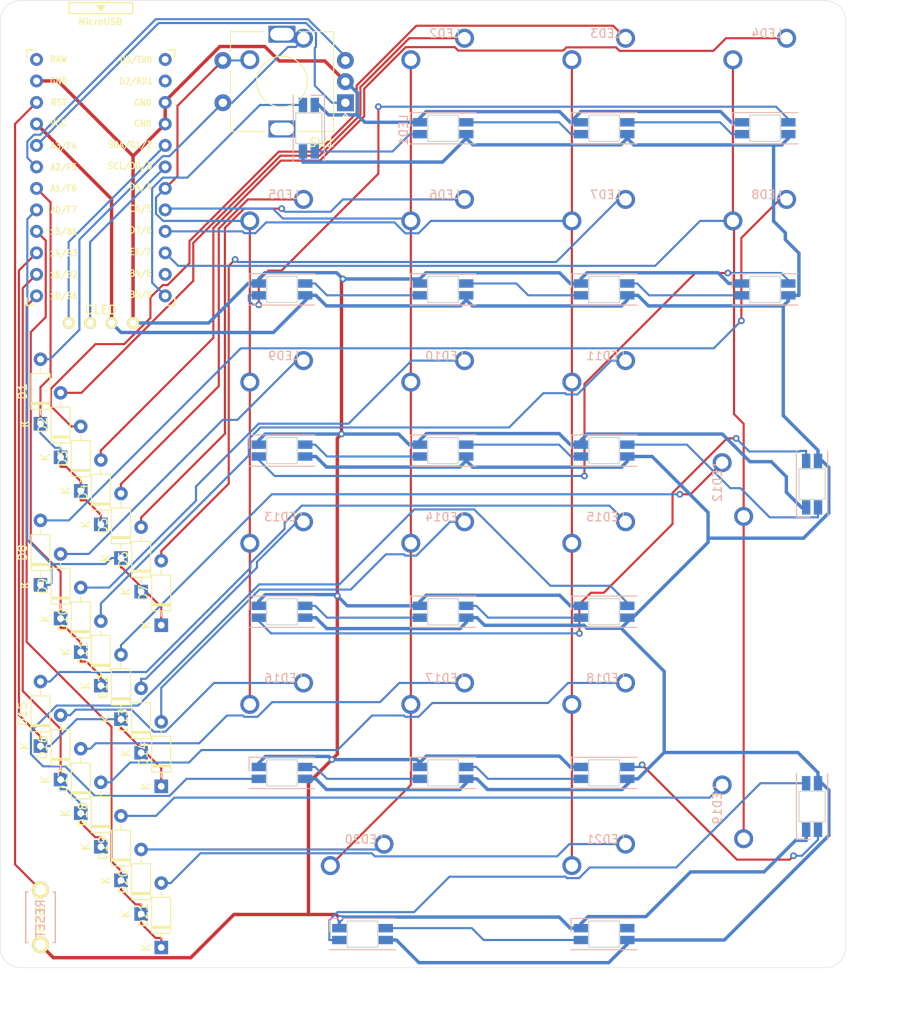
<source format=kicad_pcb>
(kicad_pcb (version 20171130) (host pcbnew "(5.1.4)-1")
  (layers (0 F.Cu signal) (31 B.Cu signal) (34 B.Paste user) (35 F.Paste user) (36 B.SilkS user) (37 F.SilkS user) (38 B.Mask user) (39 F.Mask user) (44 Edge.Cuts user))
  (net 0 "")
  (net 1 VCC)
  (net 2 ENCA)
  (net 3 ENCB)
  (net 4 "Net-(D1-Pad2)")
  (net 5 ROW0)
  (net 6 "Net-(D2-Pad2)")
  (net 7 "Net-(D3-Pad2)")
  (net 8 "Net-(D4-Pad2)")
  (net 9 "Net-(D5-Pad2)")
  (net 10 ROW1)
  (net 11 "Net-(D6-Pad2)")
  (net 12 "Net-(D7-Pad2)")
  (net 13 "Net-(D8-Pad2)")
  (net 14 "Net-(D9-Pad2)")
  (net 15 ROW2)
  (net 16 "Net-(D10-Pad2)")
  (net 17 "Net-(D11-Pad2)")
  (net 18 "Net-(D12-Pad2)")
  (net 19 ROW3)
  (net 20 "Net-(D13-Pad2)")
  (net 21 "Net-(D14-Pad2)")
  (net 22 "Net-(D15-Pad2)")
  (net 23 "Net-(D16-Pad2)")
  (net 24 ROW4)
  (net 25 "Net-(D17-Pad2)")
  (net 26 "Net-(D18-Pad2)")
  (net 27 "Net-(D19-Pad2)")
  (net 28 ROW5)
  (net 29 "Net-(D20-Pad2)")
  (net 30 "Net-(D21-Pad2)")
  (net 31 "Net-(LED1-Pad2)")
  (net 32 GND)
  (net 33 LED)
  (net 34 "Net-(LED2-Pad2)")
  (net 35 "Net-(LED3-Pad2)")
  (net 36 "Net-(LED4-Pad2)")
  (net 37 "Net-(LED5-Pad2)")
  (net 38 "Net-(LED6-Pad2)")
  (net 39 "Net-(LED7-Pad2)")
  (net 40 "Net-(LED8-Pad2)")
  (net 41 "Net-(LED10-Pad4)")
  (net 42 "Net-(LED10-Pad2)")
  (net 43 "Net-(LED11-Pad2)")
  (net 44 "Net-(LED12-Pad2)")
  (net 45 "Net-(LED13-Pad2)")
  (net 46 "Net-(LED14-Pad2)")
  (net 47 "Net-(LED15-Pad2)")
  (net 48 "Net-(LED16-Pad2)")
  (net 49 "Net-(LED17-Pad2)")
  (net 50 "Net-(LED18-Pad2)")
  (net 51 "Net-(LED19-Pad2)")
  (net 52 "Net-(LED20-Pad2)")
  (net 53 "Net-(LED21-Pad2)")
  (net 54 COL0)
  (net 55 COL1)
  (net 56 COL2)
  (net 57 COL3)
  (net 58 SCL)
  (net 59 SDA)
  (net 60 RST)
  (net 61 "Net-(U1-Pad24)")
  (net 62 "Net-(U1-Pad2)")
  (net 63 "Net-(U1-Pad1)")
  (net 64 "Net-(U1-Pad11)")
  (module kbd:ProMicro_v3 (layer F.Cu) (at 59.5312 53.1812)
    (fp_text reference U1 hide)
    (fp_text value ProMicro hide)
    (fp_text user RAW (at -4.995 -14.5 unlocked) (layer F.SilkS) (effects (font (size 0.75 0.67) (thickness 0.125))))
    (fp_text user GND (at -4.995 -11.95 unlocked) (layer F.SilkS) (effects (font (size 0.75 0.67) (thickness 0.125))))
    (fp_text user RST (at -4.995 -9.4 unlocked) (layer F.SilkS) (effects (font (size 0.75 0.67) (thickness 0.125))))
    (fp_text user VCC (at -4.995 -6.95 unlocked) (layer F.SilkS) (effects (font (size 0.75 0.67) (thickness 0.125))))
    (fp_text user A3/F4 (at -4.395 -4.25 unlocked) (layer F.SilkS) (effects (font (size 0.75 0.67) (thickness 0.125))))
    (fp_text user A2/F5 (at -4.395 -1.75 unlocked) (layer F.SilkS) (effects (font (size 0.75 0.67) (thickness 0.125))))
    (fp_text user A1/F6 (at -4.395 0.75 unlocked) (layer F.SilkS) (effects (font (size 0.75 0.67) (thickness 0.125))))
    (fp_text user A0/F7 (at -4.395 3.3 unlocked) (layer F.SilkS) (effects (font (size 0.75 0.67) (thickness 0.125))))
    (fp_text user 15/B1 (at -4.395 5.85 unlocked) (layer F.SilkS) (effects (font (size 0.75 0.67) (thickness 0.125))))
    (fp_text user 14/B3 (at -4.395 8.4 unlocked) (layer F.SilkS) (effects (font (size 0.75 0.67) (thickness 0.125))))
    (fp_text user 10/B6 (at -4.395 13.45 unlocked) (layer F.SilkS) (effects (font (size 0.75 0.67) (thickness 0.125))))
    (fp_text user 16/B2 (at -4.395 10.95 unlocked) (layer F.SilkS) (effects (font (size 0.75 0.67) (thickness 0.125))))
    (fp_text user E6/7 (at 4.705 8.25 unlocked) (layer F.SilkS) (effects (font (size 0.75 0.67) (thickness 0.125))))
    (fp_text user D7/6 (at 4.705 5.7 unlocked) (layer F.SilkS) (effects (font (size 0.75 0.67) (thickness 0.125))))
    (fp_text user GND (at 4.955 -9.35 unlocked) (layer F.SilkS) (effects (font (size 0.75 0.67) (thickness 0.125))))
    (fp_text user GND (at 4.955 -6.9 unlocked) (layer F.SilkS) (effects (font (size 0.75 0.67) (thickness 0.125))))
    (fp_text user D3/TX0 (at 4.155 -14.45 unlocked) (layer F.SilkS) (effects (font (size 0.75 0.67) (thickness 0.125))))
    (fp_text user D4/4 (at 4.705 0.6 unlocked) (layer F.SilkS) (effects (font (size 0.75 0.67) (thickness 0.125))))
    (fp_text user SDA/D1/2 (at 3.455 -4.4 unlocked) (layer F.SilkS) (effects (font (size 0.75 0.67) (thickness 0.125))))
    (fp_text user SCL/D0/3 (at 3.455 -1.9 unlocked) (layer F.SilkS) (effects (font (size 0.75 0.67) (thickness 0.125))))
    (fp_text user C6/5 (at 4.705 3.15 unlocked) (layer F.SilkS) (effects (font (size 0.75 0.67) (thickness 0.125))))
    (fp_text user B5/9 (at 4.705 13.3 unlocked) (layer F.SilkS) (effects (font (size 0.75 0.67) (thickness 0.125))))
    (fp_text user D2/RX1 (at 4.155 -11.9 unlocked) (layer F.SilkS) (effects (font (size 0.75 0.67) (thickness 0.125))))
    (fp_text user B4/8 (at 4.705 10.8 unlocked) (layer F.SilkS) (effects (font (size 0.75 0.67) (thickness 0.125))))
    (fp_text user MicroUSB (at -0.05 -18.95) (layer F.SilkS) (effects (font (size 0.75 0.75) (thickness 0.12))))
    (fp_text user MicroUSB (at -0.05 -18.95) (layer F.SilkS) (effects (font (size 0.75 0.75) (thickness 0.12))))
    (pad 24 thru_hole circle (at -7.6086 -14.478) (size 1.524 1.524) (drill 0.8128) (layers *.Cu B.Mask) (net 61 "Net-(U1-Pad24)"))
    (pad 23 thru_hole circle (at -7.6086 -11.938) (size 1.524 1.524) (drill 0.8128) (layers *.Cu B.Mask) (net 32 GND))
    (pad 22 thru_hole circle (at -7.6086 -9.398) (size 1.524 1.524) (drill 0.8128) (layers *.Cu B.Mask) (net 60 RST))
    (pad 21 thru_hole circle (at -7.6086 -6.858) (size 1.524 1.524) (drill 0.8128) (layers *.Cu B.Mask) (net 1 VCC))
    (pad 20 thru_hole circle (at -7.6086 -4.318) (size 1.524 1.524) (drill 0.8128) (layers *.Cu B.Mask) (net 2 ENCA))
    (pad 19 thru_hole circle (at -7.6086 -1.778) (size 1.524 1.524) (drill 0.8128) (layers *.Cu B.Mask) (net 3 ENCB))
    (pad 18 thru_hole circle (at -7.6086 0.762) (size 1.524 1.524) (drill 0.8128) (layers *.Cu B.Mask) (net 5 ROW0))
    (pad 17 thru_hole circle (at -7.6086 3.302) (size 1.524 1.524) (drill 0.8128) (layers *.Cu B.Mask) (net 10 ROW1))
    (pad 16 thru_hole circle (at -7.6086 5.842) (size 1.524 1.524) (drill 0.8128) (layers *.Cu B.Mask) (net 15 ROW2))
    (pad 15 thru_hole circle (at -7.6086 8.382) (size 1.524 1.524) (drill 0.8128) (layers *.Cu B.Mask) (net 19 ROW3))
    (pad 14 thru_hole circle (at -7.6086 10.922) (size 1.524 1.524) (drill 0.8128) (layers *.Cu B.Mask) (net 24 ROW4))
    (pad 13 thru_hole circle (at -7.6086 13.462) (size 1.524 1.524) (drill 0.8128) (layers *.Cu B.Mask) (net 28 ROW5))
    (pad 12 thru_hole circle (at 7.6114 13.462) (size 1.524 1.524) (drill 0.8128) (layers *.Cu B.Mask) (net 33 LED))
    (pad 11 thru_hole circle (at 7.6114 10.922) (size 1.524 1.524) (drill 0.8128) (layers *.Cu B.Mask) (net 64 "Net-(U1-Pad11)"))
    (pad 10 thru_hole circle (at 7.6114 8.382) (size 1.524 1.524) (drill 0.8128) (layers *.Cu B.Mask) (net 57 COL3))
    (pad 9 thru_hole circle (at 7.6114 5.842) (size 1.524 1.524) (drill 0.8128) (layers *.Cu B.Mask) (net 56 COL2))
    (pad 8 thru_hole circle (at 7.6114 3.302) (size 1.524 1.524) (drill 0.8128) (layers *.Cu B.Mask) (net 55 COL1))
    (pad 7 thru_hole circle (at 7.6114 0.762) (size 1.524 1.524) (drill 0.8128) (layers *.Cu B.Mask) (net 54 COL0))
    (pad 6 thru_hole circle (at 7.6114 -1.778) (size 1.524 1.524) (drill 0.8128) (layers *.Cu B.Mask) (net 58 SCL))
    (pad 5 thru_hole circle (at 7.6114 -4.318) (size 1.524 1.524) (drill 0.8128) (layers *.Cu B.Mask) (net 59 SDA))
    (pad 4 thru_hole circle (at 7.6114 -6.858) (size 1.524 1.524) (drill 0.8128) (layers *.Cu B.Mask) (net 32 GND))
    (pad 3 thru_hole circle (at 7.6114 -9.398) (size 1.524 1.524) (drill 0.8128) (layers *.Cu B.Mask) (net 32 GND))
    (pad 2 thru_hole circle (at 7.6114 -11.938) (size 1.524 1.524) (drill 0.8128) (layers *.Cu B.Mask) (net 62 "Net-(U1-Pad2)"))
    (pad 1 thru_hole circle (at 7.6114 -14.478) (size 1.524 1.524) (drill 0.8128) (layers *.Cu B.Mask) (net 63 "Net-(U1-Pad1)"))
  )
  (module kbd:OLED_v2 (layer F.Cu) (at 59.5312 69.85)
    (fp_text reference OL1)
    (fp_text value OLED hide)
    (fp_text user OLED (at 0 -1.55) (layer F.SilkS))
    (pad 4 thru_hole circle (at 3.81 0) (size 1.397 1.397) (drill 0.8128) (layers *.Cu F.SilkS B.Mask) (net 32 GND))
    (pad 3 thru_hole circle (at 1.27 0) (size 1.397 1.397) (drill 0.8128) (layers *.Cu F.SilkS B.Mask) (net 1 VCC))
    (pad 2 thru_hole circle (at -1.27 0) (size 1.397 1.397) (drill 0.8128) (layers *.Cu F.SilkS B.Mask) (net 58 SCL))
    (pad 1 thru_hole circle (at -3.81 0) (size 1.397 1.397) (drill 0.8128) (layers *.Cu F.SilkS B.Mask) (net 59 SDA))
  )
  (module MX_Only:MXOnly-2U-ReversedStabilizers-NoLED (layer F.Cu) (at 90.4875 136.525)
    (fp_text reference MX20)
    (fp_text value MX-NoLED)
    (pad 2 thru_hole circle (at 2.54 -5.08) (size 2.25 2.25) (drill 1.47) (layers *.Cu B.Mask) (net 29 "Net-(D20-Pad2)"))
    (pad "" np_thru_hole circle (at 0 0) (size 3.9878 3.9878) (drill 3.9878) (layers *.Cu *.Mask))
    (pad 1 thru_hole circle (at -3.81 -2.54) (size 2.25 2.25) (drill 1.47) (layers *.Cu B.Mask) (net 55 COL1))
    (pad "" np_thru_hole circle (at -5.08 0 48.0996) (size 1.75 1.75) (drill 1.75) (layers *.Cu *.Mask))
    (pad "" np_thru_hole circle (at 5.08 0 48.0996) (size 1.75 1.75) (drill 1.75) (layers *.Cu *.Mask))
    (pad "" np_thru_hole circle (at -11.90625 6.985) (size 3.048 3.048) (drill 3.048) (layers *.Cu *.Mask))
    (pad "" np_thru_hole circle (at 11.90625 6.985) (size 3.048 3.048) (drill 3.048) (layers *.Cu *.Mask))
    (pad "" np_thru_hole circle (at -11.90625 -8.255) (size 3.9878 3.9878) (drill 3.9878) (layers *.Cu *.Mask))
    (pad "" np_thru_hole circle (at 11.90625 -8.255) (size 3.9878 3.9878) (drill 3.9878) (layers *.Cu *.Mask))
  )
  (module MX_Only:MXOnly-1U-NoLED (layer F.Cu) (at 119.062 136.525)
    (fp_text reference MX21)
    (fp_text value MX-NoLED)
    (pad 2 thru_hole circle (at 2.54 -5.08) (size 2.25 2.25) (drill 1.47) (layers *.Cu B.Mask) (net 30 "Net-(D21-Pad2)"))
    (pad "" np_thru_hole circle (at 0 0) (size 3.9878 3.9878) (drill 3.9878) (layers *.Cu *.Mask))
    (pad 1 thru_hole circle (at -3.81 -2.54) (size 2.25 2.25) (drill 1.47) (layers *.Cu B.Mask) (net 56 COL2))
    (pad "" np_thru_hole circle (at -5.08 0 48.0996) (size 1.75 1.75) (drill 1.75) (layers *.Cu *.Mask))
    (pad "" np_thru_hole circle (at 5.08 0 48.0996) (size 1.75 1.75) (drill 1.75) (layers *.Cu *.Mask))
  )
  (module MX_Only:MXOnly-2U-ReversedStabilizers-NoLED (layer F.Cu) (at 138.112 127 90)
    (fp_text reference MX19)
    (fp_text value MX-NoLED)
    (pad 2 thru_hole circle (at 2.54 -5.08 90) (size 2.25 2.25) (drill 1.47) (layers *.Cu B.Mask) (net 27 "Net-(D19-Pad2)"))
    (pad "" np_thru_hole circle (at 0 0 90) (size 3.9878 3.9878) (drill 3.9878) (layers *.Cu *.Mask))
    (pad 1 thru_hole circle (at -3.81 -2.54 90) (size 2.25 2.25) (drill 1.47) (layers *.Cu B.Mask) (net 57 COL3))
    (pad "" np_thru_hole circle (at -5.08 0 138.0996) (size 1.75 1.75) (drill 1.75) (layers *.Cu *.Mask))
    (pad "" np_thru_hole circle (at 5.08 0 138.0996) (size 1.75 1.75) (drill 1.75) (layers *.Cu *.Mask))
    (pad "" np_thru_hole circle (at -11.90625 6.985 90) (size 3.048 3.048) (drill 3.048) (layers *.Cu *.Mask))
    (pad "" np_thru_hole circle (at 11.90625 6.985 90) (size 3.048 3.048) (drill 3.048) (layers *.Cu *.Mask))
    (pad "" np_thru_hole circle (at -11.90625 -8.255 90) (size 3.9878 3.9878) (drill 3.9878) (layers *.Cu *.Mask))
    (pad "" np_thru_hole circle (at 11.90625 -8.255 90) (size 3.9878 3.9878) (drill 3.9878) (layers *.Cu *.Mask))
  )
  (module MX_Only:MXOnly-1U-NoLED (layer F.Cu) (at 119.062 117.475)
    (fp_text reference MX18)
    (fp_text value MX-NoLED)
    (pad 2 thru_hole circle (at 2.54 -5.08) (size 2.25 2.25) (drill 1.47) (layers *.Cu B.Mask) (net 26 "Net-(D18-Pad2)"))
    (pad "" np_thru_hole circle (at 0 0) (size 3.9878 3.9878) (drill 3.9878) (layers *.Cu *.Mask))
    (pad 1 thru_hole circle (at -3.81 -2.54) (size 2.25 2.25) (drill 1.47) (layers *.Cu B.Mask) (net 56 COL2))
    (pad "" np_thru_hole circle (at -5.08 0 48.0996) (size 1.75 1.75) (drill 1.75) (layers *.Cu *.Mask))
    (pad "" np_thru_hole circle (at 5.08 0 48.0996) (size 1.75 1.75) (drill 1.75) (layers *.Cu *.Mask))
  )
  (module MX_Only:MXOnly-1U-NoLED (layer F.Cu) (at 100.012 117.475)
    (fp_text reference MX17)
    (fp_text value MX-NoLED)
    (pad 2 thru_hole circle (at 2.54 -5.08) (size 2.25 2.25) (drill 1.47) (layers *.Cu B.Mask) (net 25 "Net-(D17-Pad2)"))
    (pad "" np_thru_hole circle (at 0 0) (size 3.9878 3.9878) (drill 3.9878) (layers *.Cu *.Mask))
    (pad 1 thru_hole circle (at -3.81 -2.54) (size 2.25 2.25) (drill 1.47) (layers *.Cu B.Mask) (net 55 COL1))
    (pad "" np_thru_hole circle (at -5.08 0 48.0996) (size 1.75 1.75) (drill 1.75) (layers *.Cu *.Mask))
    (pad "" np_thru_hole circle (at 5.08 0 48.0996) (size 1.75 1.75) (drill 1.75) (layers *.Cu *.Mask))
  )
  (module MX_Only:MXOnly-1U-NoLED (layer F.Cu) (at 80.9625 117.475)
    (fp_text reference MX16)
    (fp_text value MX-NoLED)
    (pad 2 thru_hole circle (at 2.54 -5.08) (size 2.25 2.25) (drill 1.47) (layers *.Cu B.Mask) (net 23 "Net-(D16-Pad2)"))
    (pad "" np_thru_hole circle (at 0 0) (size 3.9878 3.9878) (drill 3.9878) (layers *.Cu *.Mask))
    (pad 1 thru_hole circle (at -3.81 -2.54) (size 2.25 2.25) (drill 1.47) (layers *.Cu B.Mask) (net 54 COL0))
    (pad "" np_thru_hole circle (at -5.08 0 48.0996) (size 1.75 1.75) (drill 1.75) (layers *.Cu *.Mask))
    (pad "" np_thru_hole circle (at 5.08 0 48.0996) (size 1.75 1.75) (drill 1.75) (layers *.Cu *.Mask))
  )
  (module MX_Only:MXOnly-1U-NoLED (layer F.Cu) (at 80.9625 98.425)
    (fp_text reference MX13)
    (fp_text value MX-NoLED)
    (pad 2 thru_hole circle (at 2.54 -5.08) (size 2.25 2.25) (drill 1.47) (layers *.Cu B.Mask) (net 20 "Net-(D13-Pad2)"))
    (pad "" np_thru_hole circle (at 0 0) (size 3.9878 3.9878) (drill 3.9878) (layers *.Cu *.Mask))
    (pad 1 thru_hole circle (at -3.81 -2.54) (size 2.25 2.25) (drill 1.47) (layers *.Cu B.Mask) (net 54 COL0))
    (pad "" np_thru_hole circle (at -5.08 0 48.0996) (size 1.75 1.75) (drill 1.75) (layers *.Cu *.Mask))
    (pad "" np_thru_hole circle (at 5.08 0 48.0996) (size 1.75 1.75) (drill 1.75) (layers *.Cu *.Mask))
  )
  (module MX_Only:MXOnly-1U-NoLED (layer F.Cu) (at 100.012 98.425)
    (fp_text reference MX14)
    (fp_text value MX-NoLED)
    (pad 2 thru_hole circle (at 2.54 -5.08) (size 2.25 2.25) (drill 1.47) (layers *.Cu B.Mask) (net 21 "Net-(D14-Pad2)"))
    (pad "" np_thru_hole circle (at 0 0) (size 3.9878 3.9878) (drill 3.9878) (layers *.Cu *.Mask))
    (pad 1 thru_hole circle (at -3.81 -2.54) (size 2.25 2.25) (drill 1.47) (layers *.Cu B.Mask) (net 55 COL1))
    (pad "" np_thru_hole circle (at -5.08 0 48.0996) (size 1.75 1.75) (drill 1.75) (layers *.Cu *.Mask))
    (pad "" np_thru_hole circle (at 5.08 0 48.0996) (size 1.75 1.75) (drill 1.75) (layers *.Cu *.Mask))
  )
  (module MX_Only:MXOnly-1U-NoLED (layer F.Cu) (at 119.062 98.425)
    (fp_text reference MX15)
    (fp_text value MX-NoLED)
    (pad 2 thru_hole circle (at 2.54 -5.08) (size 2.25 2.25) (drill 1.47) (layers *.Cu B.Mask) (net 22 "Net-(D15-Pad2)"))
    (pad "" np_thru_hole circle (at 0 0) (size 3.9878 3.9878) (drill 3.9878) (layers *.Cu *.Mask))
    (pad 1 thru_hole circle (at -3.81 -2.54) (size 2.25 2.25) (drill 1.47) (layers *.Cu B.Mask) (net 56 COL2))
    (pad "" np_thru_hole circle (at -5.08 0 48.0996) (size 1.75 1.75) (drill 1.75) (layers *.Cu *.Mask))
    (pad "" np_thru_hole circle (at 5.08 0 48.0996) (size 1.75 1.75) (drill 1.75) (layers *.Cu *.Mask))
  )
  (module MX_Only:MXOnly-2U-ReversedStabilizers-NoLED (layer F.Cu) (at 138.112 88.9 90)
    (fp_text reference MX12)
    (fp_text value MX-NoLED)
    (pad 2 thru_hole circle (at 2.54 -5.08 90) (size 2.25 2.25) (drill 1.47) (layers *.Cu B.Mask) (net 18 "Net-(D12-Pad2)"))
    (pad "" np_thru_hole circle (at 0 0 90) (size 3.9878 3.9878) (drill 3.9878) (layers *.Cu *.Mask))
    (pad 1 thru_hole circle (at -3.81 -2.54 90) (size 2.25 2.25) (drill 1.47) (layers *.Cu B.Mask) (net 57 COL3))
    (pad "" np_thru_hole circle (at -5.08 0 138.0996) (size 1.75 1.75) (drill 1.75) (layers *.Cu *.Mask))
    (pad "" np_thru_hole circle (at 5.08 0 138.0996) (size 1.75 1.75) (drill 1.75) (layers *.Cu *.Mask))
    (pad "" np_thru_hole circle (at -11.90625 6.985 90) (size 3.048 3.048) (drill 3.048) (layers *.Cu *.Mask))
    (pad "" np_thru_hole circle (at 11.90625 6.985 90) (size 3.048 3.048) (drill 3.048) (layers *.Cu *.Mask))
    (pad "" np_thru_hole circle (at -11.90625 -8.255 90) (size 3.9878 3.9878) (drill 3.9878) (layers *.Cu *.Mask))
    (pad "" np_thru_hole circle (at 11.90625 -8.255 90) (size 3.9878 3.9878) (drill 3.9878) (layers *.Cu *.Mask))
  )
  (module MX_Only:MXOnly-1U-NoLED (layer F.Cu) (at 119.062 79.375)
    (fp_text reference MX11)
    (fp_text value MX-NoLED)
    (pad 2 thru_hole circle (at 2.54 -5.08) (size 2.25 2.25) (drill 1.47) (layers *.Cu B.Mask) (net 17 "Net-(D11-Pad2)"))
    (pad "" np_thru_hole circle (at 0 0) (size 3.9878 3.9878) (drill 3.9878) (layers *.Cu *.Mask))
    (pad 1 thru_hole circle (at -3.81 -2.54) (size 2.25 2.25) (drill 1.47) (layers *.Cu B.Mask) (net 56 COL2))
    (pad "" np_thru_hole circle (at -5.08 0 48.0996) (size 1.75 1.75) (drill 1.75) (layers *.Cu *.Mask))
    (pad "" np_thru_hole circle (at 5.08 0 48.0996) (size 1.75 1.75) (drill 1.75) (layers *.Cu *.Mask))
  )
  (module MX_Only:MXOnly-1U-NoLED (layer F.Cu) (at 100.012 79.375)
    (fp_text reference MX10)
    (fp_text value MX-NoLED)
    (pad 2 thru_hole circle (at 2.54 -5.08) (size 2.25 2.25) (drill 1.47) (layers *.Cu B.Mask) (net 16 "Net-(D10-Pad2)"))
    (pad "" np_thru_hole circle (at 0 0) (size 3.9878 3.9878) (drill 3.9878) (layers *.Cu *.Mask))
    (pad 1 thru_hole circle (at -3.81 -2.54) (size 2.25 2.25) (drill 1.47) (layers *.Cu B.Mask) (net 55 COL1))
    (pad "" np_thru_hole circle (at -5.08 0 48.0996) (size 1.75 1.75) (drill 1.75) (layers *.Cu *.Mask))
    (pad "" np_thru_hole circle (at 5.08 0 48.0996) (size 1.75 1.75) (drill 1.75) (layers *.Cu *.Mask))
  )
  (module MX_Only:MXOnly-1U-NoLED (layer F.Cu) (at 80.9625 79.375)
    (fp_text reference MX9)
    (fp_text value MX-NoLED)
    (pad 2 thru_hole circle (at 2.54 -5.08) (size 2.25 2.25) (drill 1.47) (layers *.Cu B.Mask) (net 14 "Net-(D9-Pad2)"))
    (pad "" np_thru_hole circle (at 0 0) (size 3.9878 3.9878) (drill 3.9878) (layers *.Cu *.Mask))
    (pad 1 thru_hole circle (at -3.81 -2.54) (size 2.25 2.25) (drill 1.47) (layers *.Cu B.Mask) (net 54 COL0))
    (pad "" np_thru_hole circle (at -5.08 0 48.0996) (size 1.75 1.75) (drill 1.75) (layers *.Cu *.Mask))
    (pad "" np_thru_hole circle (at 5.08 0 48.0996) (size 1.75 1.75) (drill 1.75) (layers *.Cu *.Mask))
  )
  (module MX_Only:MXOnly-1U-NoLED (layer F.Cu) (at 80.9625 60.325)
    (fp_text reference MX5)
    (fp_text value MX-NoLED)
    (pad 2 thru_hole circle (at 2.54 -5.08) (size 2.25 2.25) (drill 1.47) (layers *.Cu B.Mask) (net 9 "Net-(D5-Pad2)"))
    (pad "" np_thru_hole circle (at 0 0) (size 3.9878 3.9878) (drill 3.9878) (layers *.Cu *.Mask))
    (pad 1 thru_hole circle (at -3.81 -2.54) (size 2.25 2.25) (drill 1.47) (layers *.Cu B.Mask) (net 54 COL0))
    (pad "" np_thru_hole circle (at -5.08 0 48.0996) (size 1.75 1.75) (drill 1.75) (layers *.Cu *.Mask))
    (pad "" np_thru_hole circle (at 5.08 0 48.0996) (size 1.75 1.75) (drill 1.75) (layers *.Cu *.Mask))
  )
  (module MX_Only:MXOnly-1U-NoLED (layer F.Cu) (at 100.012 60.325)
    (fp_text reference MX6)
    (fp_text value MX-NoLED)
    (pad 2 thru_hole circle (at 2.54 -5.08) (size 2.25 2.25) (drill 1.47) (layers *.Cu B.Mask) (net 11 "Net-(D6-Pad2)"))
    (pad "" np_thru_hole circle (at 0 0) (size 3.9878 3.9878) (drill 3.9878) (layers *.Cu *.Mask))
    (pad 1 thru_hole circle (at -3.81 -2.54) (size 2.25 2.25) (drill 1.47) (layers *.Cu B.Mask) (net 55 COL1))
    (pad "" np_thru_hole circle (at -5.08 0 48.0996) (size 1.75 1.75) (drill 1.75) (layers *.Cu *.Mask))
    (pad "" np_thru_hole circle (at 5.08 0 48.0996) (size 1.75 1.75) (drill 1.75) (layers *.Cu *.Mask))
  )
  (module MX_Only:MXOnly-1U-NoLED (layer F.Cu) (at 119.062 60.325)
    (fp_text reference MX7)
    (fp_text value MX-NoLED)
    (pad 2 thru_hole circle (at 2.54 -5.08) (size 2.25 2.25) (drill 1.47) (layers *.Cu B.Mask) (net 12 "Net-(D7-Pad2)"))
    (pad "" np_thru_hole circle (at 0 0) (size 3.9878 3.9878) (drill 3.9878) (layers *.Cu *.Mask))
    (pad 1 thru_hole circle (at -3.81 -2.54) (size 2.25 2.25) (drill 1.47) (layers *.Cu B.Mask) (net 56 COL2))
    (pad "" np_thru_hole circle (at -5.08 0 48.0996) (size 1.75 1.75) (drill 1.75) (layers *.Cu *.Mask))
    (pad "" np_thru_hole circle (at 5.08 0 48.0996) (size 1.75 1.75) (drill 1.75) (layers *.Cu *.Mask))
  )
  (module MX_Only:MXOnly-1U-NoLED (layer F.Cu) (at 138.112 60.325)
    (fp_text reference MX8)
    (fp_text value MX-NoLED)
    (pad 2 thru_hole circle (at 2.54 -5.08) (size 2.25 2.25) (drill 1.47) (layers *.Cu B.Mask) (net 13 "Net-(D8-Pad2)"))
    (pad "" np_thru_hole circle (at 0 0) (size 3.9878 3.9878) (drill 3.9878) (layers *.Cu *.Mask))
    (pad 1 thru_hole circle (at -3.81 -2.54) (size 2.25 2.25) (drill 1.47) (layers *.Cu B.Mask) (net 57 COL3))
    (pad "" np_thru_hole circle (at -5.08 0 48.0996) (size 1.75 1.75) (drill 1.75) (layers *.Cu *.Mask))
    (pad "" np_thru_hole circle (at 5.08 0 48.0996) (size 1.75 1.75) (drill 1.75) (layers *.Cu *.Mask))
  )
  (module MX_Only:MXOnly-1U-NoLED (layer F.Cu) (at 138.112 41.275)
    (fp_text reference MX4)
    (fp_text value MX-NoLED)
    (pad 2 thru_hole circle (at 2.54 -5.08) (size 2.25 2.25) (drill 1.47) (layers *.Cu B.Mask) (net 8 "Net-(D4-Pad2)"))
    (pad "" np_thru_hole circle (at 0 0) (size 3.9878 3.9878) (drill 3.9878) (layers *.Cu *.Mask))
    (pad 1 thru_hole circle (at -3.81 -2.54) (size 2.25 2.25) (drill 1.47) (layers *.Cu B.Mask) (net 57 COL3))
    (pad "" np_thru_hole circle (at -5.08 0 48.0996) (size 1.75 1.75) (drill 1.75) (layers *.Cu *.Mask))
    (pad "" np_thru_hole circle (at 5.08 0 48.0996) (size 1.75 1.75) (drill 1.75) (layers *.Cu *.Mask))
  )
  (module MX_Only:MXOnly-1U-NoLED (layer F.Cu) (at 119.062 41.275)
    (fp_text reference MX3)
    (fp_text value MX-NoLED)
    (pad 2 thru_hole circle (at 2.54 -5.08) (size 2.25 2.25) (drill 1.47) (layers *.Cu B.Mask) (net 7 "Net-(D3-Pad2)"))
    (pad "" np_thru_hole circle (at 0 0) (size 3.9878 3.9878) (drill 3.9878) (layers *.Cu *.Mask))
    (pad 1 thru_hole circle (at -3.81 -2.54) (size 2.25 2.25) (drill 1.47) (layers *.Cu B.Mask) (net 56 COL2))
    (pad "" np_thru_hole circle (at -5.08 0 48.0996) (size 1.75 1.75) (drill 1.75) (layers *.Cu *.Mask))
    (pad "" np_thru_hole circle (at 5.08 0 48.0996) (size 1.75 1.75) (drill 1.75) (layers *.Cu *.Mask))
  )
  (module MX_Only:MXOnly-1U-NoLED (layer F.Cu) (at 100.012 41.275)
    (fp_text reference MX2)
    (fp_text value MX-NoLED)
    (pad 2 thru_hole circle (at 2.54 -5.08) (size 2.25 2.25) (drill 1.47) (layers *.Cu B.Mask) (net 6 "Net-(D2-Pad2)"))
    (pad "" np_thru_hole circle (at 0 0) (size 3.9878 3.9878) (drill 3.9878) (layers *.Cu *.Mask))
    (pad 1 thru_hole circle (at -3.81 -2.54) (size 2.25 2.25) (drill 1.47) (layers *.Cu B.Mask) (net 55 COL1))
    (pad "" np_thru_hole circle (at -5.08 0 48.0996) (size 1.75 1.75) (drill 1.75) (layers *.Cu *.Mask))
    (pad "" np_thru_hole circle (at 5.08 0 48.0996) (size 1.75 1.75) (drill 1.75) (layers *.Cu *.Mask))
  )
  (module MX_Only:MXOnly-1U-NoLED (layer F.Cu) (at 80.9625 41.275)
    (fp_text reference MX1)
    (fp_text value MX-NoLED)
    (pad 2 thru_hole circle (at 2.54 -5.08) (size 2.25 2.25) (drill 1.47) (layers *.Cu B.Mask) (net 4 "Net-(D1-Pad2)"))
    (pad "" np_thru_hole circle (at 0 0) (size 3.9878 3.9878) (drill 3.9878) (layers *.Cu *.Mask))
    (pad 1 thru_hole circle (at -3.81 -2.54) (size 2.25 2.25) (drill 1.47) (layers *.Cu B.Mask) (net 54 COL0))
    (pad "" np_thru_hole circle (at -5.08 0 48.0996) (size 1.75 1.75) (drill 1.75) (layers *.Cu *.Mask))
    (pad "" np_thru_hole circle (at 5.08 0 48.0996) (size 1.75 1.75) (drill 1.75) (layers *.Cu *.Mask))
  )
  (module kbd:ResetSW (layer F.Cu) (at 52.3875 140.097 270)
    (fp_text reference SW2 hide)
    (fp_text value SW_PUSH)
    (fp_text user RESET (at 0 0 90) (layer F.SilkS))
    (fp_text user RESET (at 0.127 0 90) (layer B.SilkS) (effects (justify mirror)))
    (pad 2 thru_hole circle (at -3.25 0 270) (size 2 2) (drill 1.3) (layers *.Cu *.Mask F.SilkS) (net 60 RST))
    (pad 1 thru_hole circle (at 3.25 0 270) (size 2 2) (drill 1.3) (layers *.Cu *.Mask F.SilkS) (net 32 GND))
  )
  (module Rotary_Encoder:RotaryEncoder_Alps_EC11E-Switch_Vertical_H20mm (layer F.Cu) (at 88.4625 43.8188 180)
    (fp_text reference SW1 (at 2.8 -4.7) (layer F.SilkS))
    (fp_text value Rotary_Encoder_Switch)
    (pad A thru_hole rect (at 0 0 180) (size 2 2) (drill 1) (layers *.Cu *.Mask) (net 2 ENCA))
    (pad C thru_hole circle (at 0 2.5 180) (size 2 2) (drill 1) (layers *.Cu *.Mask) (net 32 GND))
    (pad B thru_hole circle (at 0 5 180) (size 2 2) (drill 1) (layers *.Cu *.Mask) (net 3 ENCB))
    (pad MP thru_hole rect (at 7.5 -3.1 180) (size 3.2 2) (drill oval 2.8 1.5) (layers *.Cu *.Mask))
    (pad MP thru_hole rect (at 7.5 8.1 180) (size 3.2 2) (drill oval 2.8 1.5) (layers *.Cu *.Mask))
    (pad S2 thru_hole circle (at 14.5 0 180) (size 2 2) (drill 1) (layers *.Cu *.Mask) (net 4 "Net-(D1-Pad2)"))
    (pad S1 thru_hole circle (at 14.5 5 180) (size 2 2) (drill 1) (layers *.Cu *.Mask) (net 54 COL0))
  )
  (module kbd:YS-SK6812MINI-E (layer B.Cu) (at 119.062 142.081)
    (fp_text reference LED21 (at 0.2 -11.2) (layer B.SilkS) (effects (justify mirror)))
    (fp_text value YS-SK6812MINI-E)
    (fp_line (start 1.8 1.55) (end -1.8 1.55) (layer Edge.Cuts) (width 0.12))
    (fp_line (start 1.8 -1.55) (end 1.8 1.55) (layer Edge.Cuts) (width 0.12))
    (fp_line (start -1.8 -1.55) (end 1.8 -1.55) (layer Edge.Cuts) (width 0.12))
    (fp_line (start -1.8 1.55) (end -1.8 -1.55) (layer Edge.Cuts) (width 0.12))
    (pad 2 smd rect (at 2.75 -0.7) (size 1.7 1) (layers B.Cu B.Paste B.Mask) (net 53 "Net-(LED21-Pad2)"))
    (pad 1 smd rect (at 2.75 0.7) (size 1.7 1) (layers B.Cu B.Paste B.Mask) (net 1 VCC))
    (pad 3 smd rect (at -2.75 -0.7) (size 1.7 1) (layers B.Cu B.Paste B.Mask) (net 32 GND))
    (pad 4 smd rect (at -2.75 0.7) (size 1.7 1) (layers B.Cu B.Paste B.Mask) (net 52 "Net-(LED20-Pad2)"))
  )
  (module kbd:YS-SK6812MINI-E (layer B.Cu) (at 90.4875 142.081)
    (fp_text reference LED20 (at 0.2 -11.2) (layer B.SilkS) (effects (justify mirror)))
    (fp_text value YS-SK6812MINI-E)
    (fp_line (start 1.8 1.55) (end -1.8 1.55) (layer Edge.Cuts) (width 0.12))
    (fp_line (start 1.8 -1.55) (end 1.8 1.55) (layer Edge.Cuts) (width 0.12))
    (fp_line (start -1.8 -1.55) (end 1.8 -1.55) (layer Edge.Cuts) (width 0.12))
    (fp_line (start -1.8 1.55) (end -1.8 -1.55) (layer Edge.Cuts) (width 0.12))
    (pad 2 smd rect (at 2.75 -0.7) (size 1.7 1) (layers B.Cu B.Paste B.Mask) (net 52 "Net-(LED20-Pad2)"))
    (pad 1 smd rect (at 2.75 0.7) (size 1.7 1) (layers B.Cu B.Paste B.Mask) (net 1 VCC))
    (pad 3 smd rect (at -2.75 -0.7) (size 1.7 1) (layers B.Cu B.Paste B.Mask) (net 32 GND))
    (pad 4 smd rect (at -2.75 0.7) (size 1.7 1) (layers B.Cu B.Paste B.Mask) (net 51 "Net-(LED19-Pad2)"))
  )
  (module kbd:YS-SK6812MINI-E (layer B.Cu) (at 143.669 127 90)
    (fp_text reference LED19 (at 0.2 -11.2 90) (layer B.SilkS) (effects (justify mirror)))
    (fp_text value YS-SK6812MINI-E)
    (fp_line (start 1.8 1.55) (end -1.8 1.55) (layer Edge.Cuts) (width 0.12))
    (fp_line (start 1.8 -1.55) (end 1.8 1.55) (layer Edge.Cuts) (width 0.12))
    (fp_line (start -1.8 -1.55) (end 1.8 -1.55) (layer Edge.Cuts) (width 0.12))
    (fp_line (start -1.8 1.55) (end -1.8 -1.55) (layer Edge.Cuts) (width 0.12))
    (pad 2 smd rect (at 2.75 -0.7 90) (size 1.7 1) (layers B.Cu B.Paste B.Mask) (net 51 "Net-(LED19-Pad2)"))
    (pad 1 smd rect (at 2.75 0.7 90) (size 1.7 1) (layers B.Cu B.Paste B.Mask) (net 1 VCC))
    (pad 3 smd rect (at -2.75 -0.7 90) (size 1.7 1) (layers B.Cu B.Paste B.Mask) (net 32 GND))
    (pad 4 smd rect (at -2.75 0.7 90) (size 1.7 1) (layers B.Cu B.Paste B.Mask) (net 50 "Net-(LED18-Pad2)"))
  )
  (module kbd:YS-SK6812MINI-E (layer B.Cu) (at 119.062 123.031)
    (fp_text reference LED18 (at 0.2 -11.2) (layer B.SilkS) (effects (justify mirror)))
    (fp_text value YS-SK6812MINI-E)
    (fp_line (start 1.8 1.55) (end -1.8 1.55) (layer Edge.Cuts) (width 0.12))
    (fp_line (start 1.8 -1.55) (end 1.8 1.55) (layer Edge.Cuts) (width 0.12))
    (fp_line (start -1.8 -1.55) (end 1.8 -1.55) (layer Edge.Cuts) (width 0.12))
    (fp_line (start -1.8 1.55) (end -1.8 -1.55) (layer Edge.Cuts) (width 0.12))
    (pad 2 smd rect (at 2.75 -0.7) (size 1.7 1) (layers B.Cu B.Paste B.Mask) (net 50 "Net-(LED18-Pad2)"))
    (pad 1 smd rect (at 2.75 0.7) (size 1.7 1) (layers B.Cu B.Paste B.Mask) (net 1 VCC))
    (pad 3 smd rect (at -2.75 -0.7) (size 1.7 1) (layers B.Cu B.Paste B.Mask) (net 32 GND))
    (pad 4 smd rect (at -2.75 0.7) (size 1.7 1) (layers B.Cu B.Paste B.Mask) (net 49 "Net-(LED17-Pad2)"))
  )
  (module kbd:YS-SK6812MINI-E (layer B.Cu) (at 100.012 123.031)
    (fp_text reference LED17 (at 0.2 -11.2) (layer B.SilkS) (effects (justify mirror)))
    (fp_text value YS-SK6812MINI-E)
    (fp_line (start 1.8 1.55) (end -1.8 1.55) (layer Edge.Cuts) (width 0.12))
    (fp_line (start 1.8 -1.55) (end 1.8 1.55) (layer Edge.Cuts) (width 0.12))
    (fp_line (start -1.8 -1.55) (end 1.8 -1.55) (layer Edge.Cuts) (width 0.12))
    (fp_line (start -1.8 1.55) (end -1.8 -1.55) (layer Edge.Cuts) (width 0.12))
    (pad 2 smd rect (at 2.75 -0.7) (size 1.7 1) (layers B.Cu B.Paste B.Mask) (net 49 "Net-(LED17-Pad2)"))
    (pad 1 smd rect (at 2.75 0.7) (size 1.7 1) (layers B.Cu B.Paste B.Mask) (net 1 VCC))
    (pad 3 smd rect (at -2.75 -0.7) (size 1.7 1) (layers B.Cu B.Paste B.Mask) (net 32 GND))
    (pad 4 smd rect (at -2.75 0.7) (size 1.7 1) (layers B.Cu B.Paste B.Mask) (net 48 "Net-(LED16-Pad2)"))
  )
  (module kbd:YS-SK6812MINI-E (layer B.Cu) (at 80.9625 123.031)
    (fp_text reference LED16 (at 0.2 -11.2) (layer B.SilkS) (effects (justify mirror)))
    (fp_text value YS-SK6812MINI-E)
    (fp_line (start 1.8 1.55) (end -1.8 1.55) (layer Edge.Cuts) (width 0.12))
    (fp_line (start 1.8 -1.55) (end 1.8 1.55) (layer Edge.Cuts) (width 0.12))
    (fp_line (start -1.8 -1.55) (end 1.8 -1.55) (layer Edge.Cuts) (width 0.12))
    (fp_line (start -1.8 1.55) (end -1.8 -1.55) (layer Edge.Cuts) (width 0.12))
    (pad 2 smd rect (at 2.75 -0.7) (size 1.7 1) (layers B.Cu B.Paste B.Mask) (net 48 "Net-(LED16-Pad2)"))
    (pad 1 smd rect (at 2.75 0.7) (size 1.7 1) (layers B.Cu B.Paste B.Mask) (net 1 VCC))
    (pad 3 smd rect (at -2.75 -0.7) (size 1.7 1) (layers B.Cu B.Paste B.Mask) (net 32 GND))
    (pad 4 smd rect (at -2.75 0.7) (size 1.7 1) (layers B.Cu B.Paste B.Mask) (net 47 "Net-(LED15-Pad2)"))
  )
  (module kbd:YS-SK6812MINI-E (layer B.Cu) (at 119.062 103.981)
    (fp_text reference LED15 (at 0.2 -11.2) (layer B.SilkS) (effects (justify mirror)))
    (fp_text value YS-SK6812MINI-E)
    (fp_line (start 1.8 1.55) (end -1.8 1.55) (layer Edge.Cuts) (width 0.12))
    (fp_line (start 1.8 -1.55) (end 1.8 1.55) (layer Edge.Cuts) (width 0.12))
    (fp_line (start -1.8 -1.55) (end 1.8 -1.55) (layer Edge.Cuts) (width 0.12))
    (fp_line (start -1.8 1.55) (end -1.8 -1.55) (layer Edge.Cuts) (width 0.12))
    (pad 2 smd rect (at 2.75 -0.7) (size 1.7 1) (layers B.Cu B.Paste B.Mask) (net 47 "Net-(LED15-Pad2)"))
    (pad 1 smd rect (at 2.75 0.7) (size 1.7 1) (layers B.Cu B.Paste B.Mask) (net 1 VCC))
    (pad 3 smd rect (at -2.75 -0.7) (size 1.7 1) (layers B.Cu B.Paste B.Mask) (net 32 GND))
    (pad 4 smd rect (at -2.75 0.7) (size 1.7 1) (layers B.Cu B.Paste B.Mask) (net 46 "Net-(LED14-Pad2)"))
  )
  (module kbd:YS-SK6812MINI-E (layer B.Cu) (at 100.012 103.981)
    (fp_text reference LED14 (at 0.2 -11.2) (layer B.SilkS) (effects (justify mirror)))
    (fp_text value YS-SK6812MINI-E)
    (fp_line (start 1.8 1.55) (end -1.8 1.55) (layer Edge.Cuts) (width 0.12))
    (fp_line (start 1.8 -1.55) (end 1.8 1.55) (layer Edge.Cuts) (width 0.12))
    (fp_line (start -1.8 -1.55) (end 1.8 -1.55) (layer Edge.Cuts) (width 0.12))
    (fp_line (start -1.8 1.55) (end -1.8 -1.55) (layer Edge.Cuts) (width 0.12))
    (pad 2 smd rect (at 2.75 -0.7) (size 1.7 1) (layers B.Cu B.Paste B.Mask) (net 46 "Net-(LED14-Pad2)"))
    (pad 1 smd rect (at 2.75 0.7) (size 1.7 1) (layers B.Cu B.Paste B.Mask) (net 1 VCC))
    (pad 3 smd rect (at -2.75 -0.7) (size 1.7 1) (layers B.Cu B.Paste B.Mask) (net 32 GND))
    (pad 4 smd rect (at -2.75 0.7) (size 1.7 1) (layers B.Cu B.Paste B.Mask) (net 45 "Net-(LED13-Pad2)"))
  )
  (module kbd:YS-SK6812MINI-E (layer B.Cu) (at 80.9625 103.981)
    (fp_text reference LED13 (at 0.2 -11.2) (layer B.SilkS) (effects (justify mirror)))
    (fp_text value YS-SK6812MINI-E)
    (fp_line (start 1.8 1.55) (end -1.8 1.55) (layer Edge.Cuts) (width 0.12))
    (fp_line (start 1.8 -1.55) (end 1.8 1.55) (layer Edge.Cuts) (width 0.12))
    (fp_line (start -1.8 -1.55) (end 1.8 -1.55) (layer Edge.Cuts) (width 0.12))
    (fp_line (start -1.8 1.55) (end -1.8 -1.55) (layer Edge.Cuts) (width 0.12))
    (pad 2 smd rect (at 2.75 -0.7) (size 1.7 1) (layers B.Cu B.Paste B.Mask) (net 45 "Net-(LED13-Pad2)"))
    (pad 1 smd rect (at 2.75 0.7) (size 1.7 1) (layers B.Cu B.Paste B.Mask) (net 1 VCC))
    (pad 3 smd rect (at -2.75 -0.7) (size 1.7 1) (layers B.Cu B.Paste B.Mask) (net 32 GND))
    (pad 4 smd rect (at -2.75 0.7) (size 1.7 1) (layers B.Cu B.Paste B.Mask) (net 44 "Net-(LED12-Pad2)"))
  )
  (module kbd:YS-SK6812MINI-E (layer B.Cu) (at 143.669 88.9 90)
    (fp_text reference LED12 (at 0.2 -11.2 90) (layer B.SilkS) (effects (justify mirror)))
    (fp_text value YS-SK6812MINI-E)
    (fp_line (start 1.8 1.55) (end -1.8 1.55) (layer Edge.Cuts) (width 0.12))
    (fp_line (start 1.8 -1.55) (end 1.8 1.55) (layer Edge.Cuts) (width 0.12))
    (fp_line (start -1.8 -1.55) (end 1.8 -1.55) (layer Edge.Cuts) (width 0.12))
    (fp_line (start -1.8 1.55) (end -1.8 -1.55) (layer Edge.Cuts) (width 0.12))
    (pad 2 smd rect (at 2.75 -0.7 90) (size 1.7 1) (layers B.Cu B.Paste B.Mask) (net 44 "Net-(LED12-Pad2)"))
    (pad 1 smd rect (at 2.75 0.7 90) (size 1.7 1) (layers B.Cu B.Paste B.Mask) (net 1 VCC))
    (pad 3 smd rect (at -2.75 -0.7 90) (size 1.7 1) (layers B.Cu B.Paste B.Mask) (net 32 GND))
    (pad 4 smd rect (at -2.75 0.7 90) (size 1.7 1) (layers B.Cu B.Paste B.Mask) (net 43 "Net-(LED11-Pad2)"))
  )
  (module kbd:YS-SK6812MINI-E (layer B.Cu) (at 119.062 84.9312)
    (fp_text reference LED11 (at 0.2 -11.2) (layer B.SilkS) (effects (justify mirror)))
    (fp_text value YS-SK6812MINI-E)
    (fp_line (start 1.8 1.55) (end -1.8 1.55) (layer Edge.Cuts) (width 0.12))
    (fp_line (start 1.8 -1.55) (end 1.8 1.55) (layer Edge.Cuts) (width 0.12))
    (fp_line (start -1.8 -1.55) (end 1.8 -1.55) (layer Edge.Cuts) (width 0.12))
    (fp_line (start -1.8 1.55) (end -1.8 -1.55) (layer Edge.Cuts) (width 0.12))
    (pad 2 smd rect (at 2.75 -0.7) (size 1.7 1) (layers B.Cu B.Paste B.Mask) (net 43 "Net-(LED11-Pad2)"))
    (pad 1 smd rect (at 2.75 0.7) (size 1.7 1) (layers B.Cu B.Paste B.Mask) (net 1 VCC))
    (pad 3 smd rect (at -2.75 -0.7) (size 1.7 1) (layers B.Cu B.Paste B.Mask) (net 32 GND))
    (pad 4 smd rect (at -2.75 0.7) (size 1.7 1) (layers B.Cu B.Paste B.Mask) (net 42 "Net-(LED10-Pad2)"))
  )
  (module kbd:YS-SK6812MINI-E (layer B.Cu) (at 100.012 84.9312)
    (fp_text reference LED10 (at 0.2 -11.2) (layer B.SilkS) (effects (justify mirror)))
    (fp_text value YS-SK6812MINI-E)
    (fp_line (start 1.8 1.55) (end -1.8 1.55) (layer Edge.Cuts) (width 0.12))
    (fp_line (start 1.8 -1.55) (end 1.8 1.55) (layer Edge.Cuts) (width 0.12))
    (fp_line (start -1.8 -1.55) (end 1.8 -1.55) (layer Edge.Cuts) (width 0.12))
    (fp_line (start -1.8 1.55) (end -1.8 -1.55) (layer Edge.Cuts) (width 0.12))
    (pad 2 smd rect (at 2.75 -0.7) (size 1.7 1) (layers B.Cu B.Paste B.Mask) (net 42 "Net-(LED10-Pad2)"))
    (pad 1 smd rect (at 2.75 0.7) (size 1.7 1) (layers B.Cu B.Paste B.Mask) (net 1 VCC))
    (pad 3 smd rect (at -2.75 -0.7) (size 1.7 1) (layers B.Cu B.Paste B.Mask) (net 32 GND))
    (pad 4 smd rect (at -2.75 0.7) (size 1.7 1) (layers B.Cu B.Paste B.Mask) (net 41 "Net-(LED10-Pad4)"))
  )
  (module kbd:YS-SK6812MINI-E (layer B.Cu) (at 80.9625 84.9312)
    (fp_text reference LED9 (at 0.2 -11.2) (layer B.SilkS) (effects (justify mirror)))
    (fp_text value YS-SK6812MINI-E)
    (fp_line (start 1.8 1.55) (end -1.8 1.55) (layer Edge.Cuts) (width 0.12))
    (fp_line (start 1.8 -1.55) (end 1.8 1.55) (layer Edge.Cuts) (width 0.12))
    (fp_line (start -1.8 -1.55) (end 1.8 -1.55) (layer Edge.Cuts) (width 0.12))
    (fp_line (start -1.8 1.55) (end -1.8 -1.55) (layer Edge.Cuts) (width 0.12))
    (pad 2 smd rect (at 2.75 -0.7) (size 1.7 1) (layers B.Cu B.Paste B.Mask) (net 41 "Net-(LED10-Pad4)"))
    (pad 1 smd rect (at 2.75 0.7) (size 1.7 1) (layers B.Cu B.Paste B.Mask) (net 1 VCC))
    (pad 3 smd rect (at -2.75 -0.7) (size 1.7 1) (layers B.Cu B.Paste B.Mask) (net 32 GND))
    (pad 4 smd rect (at -2.75 0.7) (size 1.7 1) (layers B.Cu B.Paste B.Mask) (net 40 "Net-(LED8-Pad2)"))
  )
  (module kbd:YS-SK6812MINI-E (layer B.Cu) (at 138.112 65.8812)
    (fp_text reference LED8 (at 0.2 -11.2) (layer B.SilkS) (effects (justify mirror)))
    (fp_text value YS-SK6812MINI-E)
    (fp_line (start 1.8 1.55) (end -1.8 1.55) (layer Edge.Cuts) (width 0.12))
    (fp_line (start 1.8 -1.55) (end 1.8 1.55) (layer Edge.Cuts) (width 0.12))
    (fp_line (start -1.8 -1.55) (end 1.8 -1.55) (layer Edge.Cuts) (width 0.12))
    (fp_line (start -1.8 1.55) (end -1.8 -1.55) (layer Edge.Cuts) (width 0.12))
    (pad 2 smd rect (at 2.75 -0.7) (size 1.7 1) (layers B.Cu B.Paste B.Mask) (net 40 "Net-(LED8-Pad2)"))
    (pad 1 smd rect (at 2.75 0.7) (size 1.7 1) (layers B.Cu B.Paste B.Mask) (net 1 VCC))
    (pad 3 smd rect (at -2.75 -0.7) (size 1.7 1) (layers B.Cu B.Paste B.Mask) (net 32 GND))
    (pad 4 smd rect (at -2.75 0.7) (size 1.7 1) (layers B.Cu B.Paste B.Mask) (net 39 "Net-(LED7-Pad2)"))
  )
  (module kbd:YS-SK6812MINI-E (layer B.Cu) (at 119.062 65.8812)
    (fp_text reference LED7 (at 0.2 -11.2) (layer B.SilkS) (effects (justify mirror)))
    (fp_text value YS-SK6812MINI-E)
    (fp_line (start 1.8 1.55) (end -1.8 1.55) (layer Edge.Cuts) (width 0.12))
    (fp_line (start 1.8 -1.55) (end 1.8 1.55) (layer Edge.Cuts) (width 0.12))
    (fp_line (start -1.8 -1.55) (end 1.8 -1.55) (layer Edge.Cuts) (width 0.12))
    (fp_line (start -1.8 1.55) (end -1.8 -1.55) (layer Edge.Cuts) (width 0.12))
    (pad 2 smd rect (at 2.75 -0.7) (size 1.7 1) (layers B.Cu B.Paste B.Mask) (net 39 "Net-(LED7-Pad2)"))
    (pad 1 smd rect (at 2.75 0.7) (size 1.7 1) (layers B.Cu B.Paste B.Mask) (net 1 VCC))
    (pad 3 smd rect (at -2.75 -0.7) (size 1.7 1) (layers B.Cu B.Paste B.Mask) (net 32 GND))
    (pad 4 smd rect (at -2.75 0.7) (size 1.7 1) (layers B.Cu B.Paste B.Mask) (net 38 "Net-(LED6-Pad2)"))
  )
  (module kbd:YS-SK6812MINI-E (layer B.Cu) (at 100.012 65.8812)
    (fp_text reference LED6 (at 0.2 -11.2) (layer B.SilkS) (effects (justify mirror)))
    (fp_text value YS-SK6812MINI-E)
    (fp_line (start 1.8 1.55) (end -1.8 1.55) (layer Edge.Cuts) (width 0.12))
    (fp_line (start 1.8 -1.55) (end 1.8 1.55) (layer Edge.Cuts) (width 0.12))
    (fp_line (start -1.8 -1.55) (end 1.8 -1.55) (layer Edge.Cuts) (width 0.12))
    (fp_line (start -1.8 1.55) (end -1.8 -1.55) (layer Edge.Cuts) (width 0.12))
    (pad 2 smd rect (at 2.75 -0.7) (size 1.7 1) (layers B.Cu B.Paste B.Mask) (net 38 "Net-(LED6-Pad2)"))
    (pad 1 smd rect (at 2.75 0.7) (size 1.7 1) (layers B.Cu B.Paste B.Mask) (net 1 VCC))
    (pad 3 smd rect (at -2.75 -0.7) (size 1.7 1) (layers B.Cu B.Paste B.Mask) (net 32 GND))
    (pad 4 smd rect (at -2.75 0.7) (size 1.7 1) (layers B.Cu B.Paste B.Mask) (net 37 "Net-(LED5-Pad2)"))
  )
  (module kbd:YS-SK6812MINI-E (layer B.Cu) (at 80.9625 65.8812)
    (fp_text reference LED5 (at 0.2 -11.2) (layer B.SilkS) (effects (justify mirror)))
    (fp_text value YS-SK6812MINI-E)
    (fp_line (start 1.8 1.55) (end -1.8 1.55) (layer Edge.Cuts) (width 0.12))
    (fp_line (start 1.8 -1.55) (end 1.8 1.55) (layer Edge.Cuts) (width 0.12))
    (fp_line (start -1.8 -1.55) (end 1.8 -1.55) (layer Edge.Cuts) (width 0.12))
    (fp_line (start -1.8 1.55) (end -1.8 -1.55) (layer Edge.Cuts) (width 0.12))
    (pad 2 smd rect (at 2.75 -0.7) (size 1.7 1) (layers B.Cu B.Paste B.Mask) (net 37 "Net-(LED5-Pad2)"))
    (pad 1 smd rect (at 2.75 0.7) (size 1.7 1) (layers B.Cu B.Paste B.Mask) (net 1 VCC))
    (pad 3 smd rect (at -2.75 -0.7) (size 1.7 1) (layers B.Cu B.Paste B.Mask) (net 32 GND))
    (pad 4 smd rect (at -2.75 0.7) (size 1.7 1) (layers B.Cu B.Paste B.Mask) (net 36 "Net-(LED4-Pad2)"))
  )
  (module kbd:YS-SK6812MINI-E (layer B.Cu) (at 138.112 46.8312)
    (fp_text reference LED4 (at 0.2 -11.2) (layer B.SilkS) (effects (justify mirror)))
    (fp_text value YS-SK6812MINI-E)
    (fp_line (start 1.8 1.55) (end -1.8 1.55) (layer Edge.Cuts) (width 0.12))
    (fp_line (start 1.8 -1.55) (end 1.8 1.55) (layer Edge.Cuts) (width 0.12))
    (fp_line (start -1.8 -1.55) (end 1.8 -1.55) (layer Edge.Cuts) (width 0.12))
    (fp_line (start -1.8 1.55) (end -1.8 -1.55) (layer Edge.Cuts) (width 0.12))
    (pad 2 smd rect (at 2.75 -0.7) (size 1.7 1) (layers B.Cu B.Paste B.Mask) (net 36 "Net-(LED4-Pad2)"))
    (pad 1 smd rect (at 2.75 0.7) (size 1.7 1) (layers B.Cu B.Paste B.Mask) (net 1 VCC))
    (pad 3 smd rect (at -2.75 -0.7) (size 1.7 1) (layers B.Cu B.Paste B.Mask) (net 32 GND))
    (pad 4 smd rect (at -2.75 0.7) (size 1.7 1) (layers B.Cu B.Paste B.Mask) (net 35 "Net-(LED3-Pad2)"))
  )
  (module kbd:YS-SK6812MINI-E (layer B.Cu) (at 119.062 46.8312)
    (fp_text reference LED3 (at 0.2 -11.2) (layer B.SilkS) (effects (justify mirror)))
    (fp_text value YS-SK6812MINI-E)
    (fp_line (start 1.8 1.55) (end -1.8 1.55) (layer Edge.Cuts) (width 0.12))
    (fp_line (start 1.8 -1.55) (end 1.8 1.55) (layer Edge.Cuts) (width 0.12))
    (fp_line (start -1.8 -1.55) (end 1.8 -1.55) (layer Edge.Cuts) (width 0.12))
    (fp_line (start -1.8 1.55) (end -1.8 -1.55) (layer Edge.Cuts) (width 0.12))
    (pad 2 smd rect (at 2.75 -0.7) (size 1.7 1) (layers B.Cu B.Paste B.Mask) (net 35 "Net-(LED3-Pad2)"))
    (pad 1 smd rect (at 2.75 0.7) (size 1.7 1) (layers B.Cu B.Paste B.Mask) (net 1 VCC))
    (pad 3 smd rect (at -2.75 -0.7) (size 1.7 1) (layers B.Cu B.Paste B.Mask) (net 32 GND))
    (pad 4 smd rect (at -2.75 0.7) (size 1.7 1) (layers B.Cu B.Paste B.Mask) (net 34 "Net-(LED2-Pad2)"))
  )
  (module kbd:YS-SK6812MINI-E (layer B.Cu) (at 100.012 46.8312)
    (fp_text reference LED2 (at 0.2 -11.2) (layer B.SilkS) (effects (justify mirror)))
    (fp_text value YS-SK6812MINI-E)
    (fp_line (start 1.8 1.55) (end -1.8 1.55) (layer Edge.Cuts) (width 0.12))
    (fp_line (start 1.8 -1.55) (end 1.8 1.55) (layer Edge.Cuts) (width 0.12))
    (fp_line (start -1.8 -1.55) (end 1.8 -1.55) (layer Edge.Cuts) (width 0.12))
    (fp_line (start -1.8 1.55) (end -1.8 -1.55) (layer Edge.Cuts) (width 0.12))
    (pad 2 smd rect (at 2.75 -0.7) (size 1.7 1) (layers B.Cu B.Paste B.Mask) (net 34 "Net-(LED2-Pad2)"))
    (pad 1 smd rect (at 2.75 0.7) (size 1.7 1) (layers B.Cu B.Paste B.Mask) (net 1 VCC))
    (pad 3 smd rect (at -2.75 -0.7) (size 1.7 1) (layers B.Cu B.Paste B.Mask) (net 32 GND))
    (pad 4 smd rect (at -2.75 0.7) (size 1.7 1) (layers B.Cu B.Paste B.Mask) (net 31 "Net-(LED1-Pad2)"))
  )
  (module kbd:YS-SK6812MINI-E (layer B.Cu) (at 84.1375 46.8312 270)
    (fp_text reference LED1 (at 0.2 -11.2 270) (layer B.SilkS) (effects (justify mirror)))
    (fp_text value YS-SK6812MINI-E)
    (fp_line (start 1.8 1.55) (end -1.8 1.55) (layer Edge.Cuts) (width 0.12))
    (fp_line (start 1.8 -1.55) (end 1.8 1.55) (layer Edge.Cuts) (width 0.12))
    (fp_line (start -1.8 -1.55) (end 1.8 -1.55) (layer Edge.Cuts) (width 0.12))
    (fp_line (start -1.8 1.55) (end -1.8 -1.55) (layer Edge.Cuts) (width 0.12))
    (pad 2 smd rect (at 2.75 -0.7 270) (size 1.7 1) (layers B.Cu B.Paste B.Mask) (net 31 "Net-(LED1-Pad2)"))
    (pad 1 smd rect (at 2.75 0.7 270) (size 1.7 1) (layers B.Cu B.Paste B.Mask) (net 1 VCC))
    (pad 3 smd rect (at -2.75 -0.7 270) (size 1.7 1) (layers B.Cu B.Paste B.Mask) (net 32 GND))
    (pad 4 smd rect (at -2.75 0.7 270) (size 1.7 1) (layers B.Cu B.Paste B.Mask) (net 33 LED))
  )
  (module Diode_THT:D_DO-35_SOD27_P7.62mm_Horizontal (layer F.Cu) (at 66.675 143.669 90)
    (fp_text reference D21 (at 3.81 -2.12 90) (layer F.SilkS))
    (fp_text value D_Small)
    (fp_text user K (at 0 -1.8 90) (layer F.SilkS))
    (pad 2 thru_hole oval (at 7.62 0 90) (size 1.6 1.6) (drill 0.8) (layers *.Cu *.Mask) (net 30 "Net-(D21-Pad2)"))
    (pad 1 thru_hole rect (at 0 0 90) (size 1.6 1.6) (drill 0.8) (layers *.Cu *.Mask) (net 28 ROW5))
  )
  (module Diode_THT:D_DO-35_SOD27_P7.62mm_Horizontal (layer F.Cu) (at 64.2938 139.7 90)
    (fp_text reference D20 (at 3.81 -2.12 90) (layer F.SilkS))
    (fp_text value D_Small)
    (fp_text user K (at 0 -1.8 90) (layer F.SilkS))
    (pad 2 thru_hole oval (at 7.62 0 90) (size 1.6 1.6) (drill 0.8) (layers *.Cu *.Mask) (net 29 "Net-(D20-Pad2)"))
    (pad 1 thru_hole rect (at 0 0 90) (size 1.6 1.6) (drill 0.8) (layers *.Cu *.Mask) (net 28 ROW5))
  )
  (module Diode_THT:D_DO-35_SOD27_P7.62mm_Horizontal (layer F.Cu) (at 61.9125 135.731 90)
    (fp_text reference D19 (at 3.81 -2.12 90) (layer F.SilkS))
    (fp_text value D_Small)
    (fp_text user K (at 0 -1.8 90) (layer F.SilkS))
    (pad 2 thru_hole oval (at 7.62 0 90) (size 1.6 1.6) (drill 0.8) (layers *.Cu *.Mask) (net 27 "Net-(D19-Pad2)"))
    (pad 1 thru_hole rect (at 0 0 90) (size 1.6 1.6) (drill 0.8) (layers *.Cu *.Mask) (net 28 ROW5))
  )
  (module Diode_THT:D_DO-35_SOD27_P7.62mm_Horizontal (layer F.Cu) (at 59.5312 131.762 90)
    (fp_text reference D18 (at 3.81 -2.12 90) (layer F.SilkS))
    (fp_text value D_Small)
    (fp_text user K (at 0 -1.8 90) (layer F.SilkS))
    (pad 2 thru_hole oval (at 7.62 0 90) (size 1.6 1.6) (drill 0.8) (layers *.Cu *.Mask) (net 26 "Net-(D18-Pad2)"))
    (pad 1 thru_hole rect (at 0 0 90) (size 1.6 1.6) (drill 0.8) (layers *.Cu *.Mask) (net 24 ROW4))
  )
  (module Diode_THT:D_DO-35_SOD27_P7.62mm_Horizontal (layer F.Cu) (at 57.15 127.794 90)
    (fp_text reference D17 (at 3.81 -2.12 90) (layer F.SilkS))
    (fp_text value D_Small)
    (fp_text user K (at 0 -1.8 90) (layer F.SilkS))
    (pad 2 thru_hole oval (at 7.62 0 90) (size 1.6 1.6) (drill 0.8) (layers *.Cu *.Mask) (net 25 "Net-(D17-Pad2)"))
    (pad 1 thru_hole rect (at 0 0 90) (size 1.6 1.6) (drill 0.8) (layers *.Cu *.Mask) (net 24 ROW4))
  )
  (module Diode_THT:D_DO-35_SOD27_P7.62mm_Horizontal (layer F.Cu) (at 54.7688 123.825 90)
    (fp_text reference D16 (at 3.81 -2.12 90) (layer F.SilkS))
    (fp_text value D_Small)
    (fp_text user K (at 0 -1.8 90) (layer F.SilkS))
    (pad 2 thru_hole oval (at 7.62 0 90) (size 1.6 1.6) (drill 0.8) (layers *.Cu *.Mask) (net 23 "Net-(D16-Pad2)"))
    (pad 1 thru_hole rect (at 0 0 90) (size 1.6 1.6) (drill 0.8) (layers *.Cu *.Mask) (net 24 ROW4))
  )
  (module Diode_THT:D_DO-35_SOD27_P7.62mm_Horizontal (layer F.Cu) (at 52.3875 119.856 90)
    (fp_text reference D15 (at 3.81 -2.12 90) (layer F.SilkS))
    (fp_text value D_Small)
    (fp_text user K (at 0 -1.8 90) (layer F.SilkS))
    (pad 2 thru_hole oval (at 7.62 0 90) (size 1.6 1.6) (drill 0.8) (layers *.Cu *.Mask) (net 22 "Net-(D15-Pad2)"))
    (pad 1 thru_hole rect (at 0 0 90) (size 1.6 1.6) (drill 0.8) (layers *.Cu *.Mask) (net 19 ROW3))
  )
  (module Diode_THT:D_DO-35_SOD27_P7.62mm_Horizontal (layer F.Cu) (at 66.675 124.619 90)
    (fp_text reference D14 (at 3.81 -2.12 90) (layer F.SilkS))
    (fp_text value D_Small)
    (fp_text user K (at 0 -1.8 90) (layer F.SilkS))
    (pad 2 thru_hole oval (at 7.62 0 90) (size 1.6 1.6) (drill 0.8) (layers *.Cu *.Mask) (net 21 "Net-(D14-Pad2)"))
    (pad 1 thru_hole rect (at 0 0 90) (size 1.6 1.6) (drill 0.8) (layers *.Cu *.Mask) (net 19 ROW3))
  )
  (module Diode_THT:D_DO-35_SOD27_P7.62mm_Horizontal (layer F.Cu) (at 64.2938 120.65 90)
    (fp_text reference D13 (at 3.81 -2.12 90) (layer F.SilkS))
    (fp_text value D_Small)
    (fp_text user K (at 0 -1.8 90) (layer F.SilkS))
    (pad 2 thru_hole oval (at 7.62 0 90) (size 1.6 1.6) (drill 0.8) (layers *.Cu *.Mask) (net 20 "Net-(D13-Pad2)"))
    (pad 1 thru_hole rect (at 0 0 90) (size 1.6 1.6) (drill 0.8) (layers *.Cu *.Mask) (net 19 ROW3))
  )
  (module Diode_THT:D_DO-35_SOD27_P7.62mm_Horizontal (layer F.Cu) (at 61.9125 116.681 90)
    (fp_text reference D12 (at 3.81 -2.12 90) (layer F.SilkS))
    (fp_text value D_Small)
    (fp_text user K (at 0 -1.8 90) (layer F.SilkS))
    (pad 2 thru_hole oval (at 7.62 0 90) (size 1.6 1.6) (drill 0.8) (layers *.Cu *.Mask) (net 18 "Net-(D12-Pad2)"))
    (pad 1 thru_hole rect (at 0 0 90) (size 1.6 1.6) (drill 0.8) (layers *.Cu *.Mask) (net 19 ROW3))
  )
  (module Diode_THT:D_DO-35_SOD27_P7.62mm_Horizontal (layer F.Cu) (at 59.5312 112.712 90)
    (fp_text reference D11 (at 3.81 -2.12 90) (layer F.SilkS))
    (fp_text value D_Small)
    (fp_text user K (at 0 -1.8 90) (layer F.SilkS))
    (pad 2 thru_hole oval (at 7.62 0 90) (size 1.6 1.6) (drill 0.8) (layers *.Cu *.Mask) (net 17 "Net-(D11-Pad2)"))
    (pad 1 thru_hole rect (at 0 0 90) (size 1.6 1.6) (drill 0.8) (layers *.Cu *.Mask) (net 15 ROW2))
  )
  (module Diode_THT:D_DO-35_SOD27_P7.62mm_Horizontal (layer F.Cu) (at 57.15 108.744 90)
    (fp_text reference D10 (at 3.81 -2.12 90) (layer F.SilkS))
    (fp_text value D_Small)
    (fp_text user K (at 0 -1.8 90) (layer F.SilkS))
    (pad 2 thru_hole oval (at 7.62 0 90) (size 1.6 1.6) (drill 0.8) (layers *.Cu *.Mask) (net 16 "Net-(D10-Pad2)"))
    (pad 1 thru_hole rect (at 0 0 90) (size 1.6 1.6) (drill 0.8) (layers *.Cu *.Mask) (net 15 ROW2))
  )
  (module Diode_THT:D_DO-35_SOD27_P7.62mm_Horizontal (layer F.Cu) (at 54.7688 104.775 90)
    (fp_text reference D9 (at 3.81 -2.12 90) (layer F.SilkS))
    (fp_text value D_Small)
    (fp_text user K (at 0 -1.8 90) (layer F.SilkS))
    (pad 2 thru_hole oval (at 7.62 0 90) (size 1.6 1.6) (drill 0.8) (layers *.Cu *.Mask) (net 14 "Net-(D9-Pad2)"))
    (pad 1 thru_hole rect (at 0 0 90) (size 1.6 1.6) (drill 0.8) (layers *.Cu *.Mask) (net 15 ROW2))
  )
  (module Diode_THT:D_DO-35_SOD27_P7.62mm_Horizontal (layer F.Cu) (at 52.3875 100.806 90)
    (fp_text reference D8 (at 3.81 -2.12 90) (layer F.SilkS))
    (fp_text value D_Small)
    (fp_text user K (at 0 -1.8 90) (layer F.SilkS))
    (pad 2 thru_hole oval (at 7.62 0 90) (size 1.6 1.6) (drill 0.8) (layers *.Cu *.Mask) (net 13 "Net-(D8-Pad2)"))
    (pad 1 thru_hole rect (at 0 0 90) (size 1.6 1.6) (drill 0.8) (layers *.Cu *.Mask) (net 10 ROW1))
  )
  (module Diode_THT:D_DO-35_SOD27_P7.62mm_Horizontal (layer F.Cu) (at 66.675 105.569 90)
    (fp_text reference D7 (at 3.81 -2.12 90) (layer F.SilkS))
    (fp_text value D_Small)
    (fp_text user K (at 0 -1.8 90) (layer F.SilkS))
    (pad 2 thru_hole oval (at 7.62 0 90) (size 1.6 1.6) (drill 0.8) (layers *.Cu *.Mask) (net 12 "Net-(D7-Pad2)"))
    (pad 1 thru_hole rect (at 0 0 90) (size 1.6 1.6) (drill 0.8) (layers *.Cu *.Mask) (net 10 ROW1))
  )
  (module Diode_THT:D_DO-35_SOD27_P7.62mm_Horizontal (layer F.Cu) (at 64.2938 101.6 90)
    (fp_text reference D6 (at 3.81 -2.12 90) (layer F.SilkS))
    (fp_text value D_Small)
    (fp_text user K (at 0 -1.8 90) (layer F.SilkS))
    (pad 2 thru_hole oval (at 7.62 0 90) (size 1.6 1.6) (drill 0.8) (layers *.Cu *.Mask) (net 11 "Net-(D6-Pad2)"))
    (pad 1 thru_hole rect (at 0 0 90) (size 1.6 1.6) (drill 0.8) (layers *.Cu *.Mask) (net 10 ROW1))
  )
  (module Diode_THT:D_DO-35_SOD27_P7.62mm_Horizontal (layer F.Cu) (at 61.9125 97.6312 90)
    (fp_text reference D5 (at 3.81 -2.12 90) (layer F.SilkS))
    (fp_text value D_Small)
    (fp_text user K (at 0 -1.8 90) (layer F.SilkS))
    (pad 2 thru_hole oval (at 7.62 0 90) (size 1.6 1.6) (drill 0.8) (layers *.Cu *.Mask) (net 9 "Net-(D5-Pad2)"))
    (pad 1 thru_hole rect (at 0 0 90) (size 1.6 1.6) (drill 0.8) (layers *.Cu *.Mask) (net 10 ROW1))
  )
  (module Diode_THT:D_DO-35_SOD27_P7.62mm_Horizontal (layer F.Cu) (at 59.5312 93.6625 90)
    (fp_text reference D4 (at 3.81 -2.12 90) (layer F.SilkS))
    (fp_text value D_Small)
    (fp_text user K (at 0 -1.8 90) (layer F.SilkS))
    (pad 2 thru_hole oval (at 7.62 0 90) (size 1.6 1.6) (drill 0.8) (layers *.Cu *.Mask) (net 8 "Net-(D4-Pad2)"))
    (pad 1 thru_hole rect (at 0 0 90) (size 1.6 1.6) (drill 0.8) (layers *.Cu *.Mask) (net 5 ROW0))
  )
  (module Diode_THT:D_DO-35_SOD27_P7.62mm_Horizontal (layer F.Cu) (at 57.15 89.6938 90)
    (fp_text reference D3 (at 3.81 -2.12 90) (layer F.SilkS))
    (fp_text value D_Small)
    (fp_text user K (at 0 -1.8 90) (layer F.SilkS))
    (pad 2 thru_hole oval (at 7.62 0 90) (size 1.6 1.6) (drill 0.8) (layers *.Cu *.Mask) (net 7 "Net-(D3-Pad2)"))
    (pad 1 thru_hole rect (at 0 0 90) (size 1.6 1.6) (drill 0.8) (layers *.Cu *.Mask) (net 5 ROW0))
  )
  (module Diode_THT:D_DO-35_SOD27_P7.62mm_Horizontal (layer F.Cu) (at 54.7688 85.725 90)
    (fp_text reference D2 (at 3.81 -2.12 90) (layer F.SilkS))
    (fp_text value D_Small)
    (fp_text user K (at 0 -1.8 90) (layer F.SilkS))
    (pad 2 thru_hole oval (at 7.62 0 90) (size 1.6 1.6) (drill 0.8) (layers *.Cu *.Mask) (net 6 "Net-(D2-Pad2)"))
    (pad 1 thru_hole rect (at 0 0 90) (size 1.6 1.6) (drill 0.8) (layers *.Cu *.Mask) (net 5 ROW0))
  )
  (module Diode_THT:D_DO-35_SOD27_P7.62mm_Horizontal (layer F.Cu) (at 52.3875 81.7562 90)
    (fp_text reference D1 (at 3.81 -2.12 90) (layer F.SilkS))
    (fp_text value D_Small)
    (fp_text user K (at 0 -1.8 90) (layer F.SilkS))
    (pad 2 thru_hole oval (at 7.62 0 90) (size 1.6 1.6) (drill 0.8) (layers *.Cu *.Mask) (net 4 "Net-(D1-Pad2)"))
    (pad 1 thru_hole rect (at 0 0 90) (size 1.6 1.6) (drill 0.8) (layers *.Cu *.Mask) (net 5 ROW0))
  )
  (gr_line (start 145.25625 146.05) (end 144.4625 146.05) (layer Edge.Cuts) (width 0.05))
  (gr_line (start 50.00625 31.75) (end 50.8 31.75) (layer Edge.Cuts) (width 0.05))
  (gr_line (start 147.6375 143.66875) (end 147.6375 34.13125) (layer Edge.Cuts) (width 0.05))
  (gr_line (start 50.00625 146.05) (end 144.4625 146.05) (layer Edge.Cuts) (width 0.05))
  (gr_line (start 47.625 34.13125) (end 47.625 143.66875) (layer Edge.Cuts) (width 0.05))
  (gr_line (start 145.25625 31.75) (end 50.8 31.75) (layer Edge.Cuts) (width 0.05))
  (gr_arc (start 50.00625 143.66875) (end 47.625 143.66875) (angle -90) (layer Edge.Cuts) (width 0.05))
  (gr_arc (start 50.00625 34.13125) (end 50.00625 31.75) (angle -90) (layer Edge.Cuts) (width 0.05))
  (gr_arc (start 145.25625 143.66875) (end 145.25625 146.05) (angle -90) (layer Edge.Cuts) (width 0.05))
  (gr_arc (start 145.25625 34.13125) (end 147.6375 34.13125) (angle -90) (layer Edge.Cuts) (width 0.05))
  (segment (start 139.1157 48.81) (end 140.0766 48.81) (width 0.4) (layer B.Cu) (net 1))
  (segment (start 140.0766 48.81) (end 140.862 48.0246) (width 0.4) (layer B.Cu) (net 1))
  (segment (start 140.862 48.0246) (end 140.862 47.5312) (width 0.4) (layer B.Cu) (net 1))
  (segment (start 121.812 48.0246) (end 122.5974 48.81) (width 0.4) (layer B.Cu) (net 1))
  (segment (start 122.5974 48.81) (end 139.1157 48.81) (width 0.4) (layer B.Cu) (net 1))
  (segment (start 139.1157 48.81) (end 139.1157 57.8125) (width 0.4) (layer B.Cu) (net 1))
  (segment (start 139.1157 57.8125) (end 140.5063 59.2031) (width 0.4) (layer B.Cu) (net 1))
  (segment (start 140.5063 59.2031) (end 140.5063 59.9943) (width 0.4) (layer B.Cu) (net 1))
  (segment (start 140.5063 59.9943) (end 142.1123 61.6003) (width 0.4) (layer B.Cu) (net 1))
  (segment (start 142.1123 61.6003) (end 142.1123 66.5812) (width 0.4) (layer B.Cu) (net 1))
  (segment (start 140.862 66.5812) (end 142.1123 66.5812) (width 0.4) (layer B.Cu) (net 1))
  (segment (start 121.812 48.0246) (end 121.812 47.5312) (width 0.4) (layer B.Cu) (net 1))
  (segment (start 102.762 48.0245) (end 103.5306 48.7931) (width 0.4) (layer B.Cu) (net 1))
  (segment (start 103.5306 48.7931) (end 121.0435 48.7931) (width 0.4) (layer B.Cu) (net 1))
  (segment (start 121.0435 48.7931) (end 121.812 48.0246) (width 0.4) (layer B.Cu) (net 1))
  (segment (start 102.762 48.0245) (end 102.762 47.5312) (width 0.4) (layer B.Cu) (net 1))
  (segment (start 83.4375 50.8315) (end 99.955 50.8315) (width 0.4) (layer B.Cu) (net 1))
  (segment (start 99.955 50.8315) (end 102.762 48.0245) (width 0.4) (layer B.Cu) (net 1))
  (segment (start 140.2594 67.8316) (end 140.2594 80.7901) (width 0.4) (layer B.Cu) (net 1))
  (segment (start 140.2594 80.7901) (end 144.369 84.8997) (width 0.4) (layer B.Cu) (net 1))
  (segment (start 140.862 66.5812) (end 140.862 67.229) (width 0.4) (layer B.Cu) (net 1))
  (segment (start 140.862 67.229) (end 140.2594 67.8316) (width 0.4) (layer B.Cu) (net 1))
  (segment (start 140.2594 67.8316) (end 124.3127 67.8316) (width 0.4) (layer B.Cu) (net 1))
  (segment (start 124.3127 67.8316) (end 123.0623 66.5812) (width 0.4) (layer B.Cu) (net 1))
  (segment (start 144.369 86.15) (end 144.369 84.8997) (width 0.4) (layer B.Cu) (net 1))
  (segment (start 102.762 86.1156) (end 102.762 85.6312) (width 0.4) (layer B.Cu) (net 1))
  (segment (start 84.9628 85.6312) (end 86.2132 86.8816) (width 0.4) (layer B.Cu) (net 1))
  (segment (start 86.2132 86.8816) (end 101.996 86.8816) (width 0.4) (layer B.Cu) (net 1))
  (segment (start 101.996 86.8816) (end 102.762 86.1156) (width 0.4) (layer B.Cu) (net 1))
  (segment (start 102.762 86.1156) (end 103.5406 86.8942) (width 0.4) (layer B.Cu) (net 1))
  (segment (start 103.5406 86.8942) (end 121.1137 86.8942) (width 0.4) (layer B.Cu) (net 1))
  (segment (start 121.1137 86.8942) (end 121.812 86.1959) (width 0.4) (layer B.Cu) (net 1))
  (segment (start 121.812 86.1959) (end 121.812 85.6312) (width 0.4) (layer B.Cu) (net 1))
  (segment (start 83.7125 85.6312) (end 84.9628 85.6312) (width 0.4) (layer B.Cu) (net 1))
  (segment (start 131.3636 95.2866) (end 131.3636 92.2456) (width 0.4) (layer B.Cu) (net 1))
  (segment (start 131.3636 92.2456) (end 124.7492 85.6312) (width 0.4) (layer B.Cu) (net 1))
  (segment (start 124.7492 85.6312) (end 121.812 85.6312) (width 0.4) (layer B.Cu) (net 1))
  (segment (start 122.458 104.681) (end 131.3636 95.7754) (width 0.4) (layer B.Cu) (net 1))
  (segment (start 131.3636 95.7754) (end 131.3636 95.2866) (width 0.4) (layer B.Cu) (net 1))
  (segment (start 131.3636 95.2866) (end 142.6577 95.2866) (width 0.4) (layer B.Cu) (net 1))
  (segment (start 142.6577 95.2866) (end 145.6447 92.2996) (width 0.4) (layer B.Cu) (net 1))
  (segment (start 145.6447 92.2996) (end 145.6447 86.9255) (width 0.4) (layer B.Cu) (net 1))
  (segment (start 145.6447 86.9255) (end 144.8692 86.15) (width 0.4) (layer B.Cu) (net 1))
  (segment (start 144.8692 86.15) (end 144.369 86.15) (width 0.4) (layer B.Cu) (net 1))
  (segment (start 121.812 142.781) (end 121.812 143.2613) (width 0.4) (layer B.Cu) (net 1))
  (segment (start 121.812 143.2613) (end 119.6124 145.4609) (width 0.4) (layer B.Cu) (net 1))
  (segment (start 119.6124 145.4609) (end 97.1677 145.4609) (width 0.4) (layer B.Cu) (net 1))
  (segment (start 97.1677 145.4609) (end 94.4878 142.781) (width 0.4) (layer B.Cu) (net 1))
  (segment (start 144.369 124.25) (end 144.369 124.2501) (width 0.4) (layer B.Cu) (net 1))
  (segment (start 144.369 124.2501) (end 144.8379 124.2501) (width 0.4) (layer B.Cu) (net 1))
  (segment (start 144.8379 124.2501) (end 145.6534 125.0656) (width 0.4) (layer B.Cu) (net 1))
  (segment (start 145.6534 125.0656) (end 145.6534 130.4158) (width 0.4) (layer B.Cu) (net 1))
  (segment (start 145.6534 130.4158) (end 133.2882 142.781) (width 0.4) (layer B.Cu) (net 1))
  (segment (start 133.2882 142.781) (end 121.812 142.781) (width 0.4) (layer B.Cu) (net 1))
  (segment (start 93.2375 142.781) (end 94.4878 142.781) (width 0.4) (layer B.Cu) (net 1))
  (segment (start 121.0796 105.933) (end 117.0388 105.933) (width 0.4) (layer B.Cu) (net 1))
  (segment (start 117.0388 105.933) (end 116.6871 105.5813) (width 0.4) (layer B.Cu) (net 1))
  (segment (start 116.6871 105.5813) (end 104.9126 105.5813) (width 0.4) (layer B.Cu) (net 1))
  (segment (start 104.9126 105.5813) (end 104.0123 104.681) (width 0.4) (layer B.Cu) (net 1))
  (segment (start 122.1558 104.681) (end 122.1558 104.8568) (width 0.4) (layer B.Cu) (net 1))
  (segment (start 122.1558 104.8568) (end 121.0796 105.933) (width 0.4) (layer B.Cu) (net 1))
  (segment (start 121.0796 105.933) (end 126.1716 111.025) (width 0.4) (layer B.Cu) (net 1))
  (segment (start 126.1716 111.025) (end 126.1716 120.6217) (width 0.4) (layer B.Cu) (net 1))
  (segment (start 126.1716 120.6217) (end 123.0623 123.731) (width 0.4) (layer B.Cu) (net 1))
  (segment (start 144.369 122.9997) (end 141.991 120.6217) (width 0.4) (layer B.Cu) (net 1))
  (segment (start 141.991 120.6217) (end 126.1716 120.6217) (width 0.4) (layer B.Cu) (net 1))
  (segment (start 83.7125 104.681) (end 84.9628 104.681) (width 0.4) (layer B.Cu) (net 1))
  (segment (start 84.9628 104.681) (end 86.254 105.9722) (width 0.4) (layer B.Cu) (net 1))
  (segment (start 86.254 105.9722) (end 102.027 105.9722) (width 0.4) (layer B.Cu) (net 1))
  (segment (start 102.027 105.9722) (end 102.762 105.2372) (width 0.4) (layer B.Cu) (net 1))
  (segment (start 102.762 105.2372) (end 102.762 104.681) (width 0.4) (layer B.Cu) (net 1))
  (segment (start 102.762 104.681) (end 104.0123 104.681) (width 0.4) (layer B.Cu) (net 1))
  (segment (start 122.1558 104.681) (end 122.458 104.681) (width 0.4) (layer B.Cu) (net 1))
  (segment (start 121.812 104.681) (end 122.1558 104.681) (width 0.4) (layer B.Cu) (net 1))
  (segment (start 83.4375 49.5812) (end 83.4375 50.8315) (width 0.4) (layer B.Cu) (net 1))
  (segment (start 102.762 67.1294) (end 102.762 66.5812) (width 0.4) (layer B.Cu) (net 1))
  (segment (start 84.9628 66.5812) (end 86.2139 67.8323) (width 0.4) (layer B.Cu) (net 1))
  (segment (start 86.2139 67.8323) (end 102.0591 67.8323) (width 0.4) (layer B.Cu) (net 1))
  (segment (start 102.0591 67.8323) (end 102.762 67.1294) (width 0.4) (layer B.Cu) (net 1))
  (segment (start 102.762 67.1294) (end 103.4731 67.8405) (width 0.4) (layer B.Cu) (net 1))
  (segment (start 103.4731 67.8405) (end 121.0955 67.8405) (width 0.4) (layer B.Cu) (net 1))
  (segment (start 121.0955 67.8405) (end 121.812 67.124) (width 0.4) (layer B.Cu) (net 1))
  (segment (start 121.812 67.124) (end 121.812 66.5812) (width 0.4) (layer B.Cu) (net 1))
  (segment (start 121.812 66.5812) (end 123.0623 66.5812) (width 0.4) (layer B.Cu) (net 1))
  (segment (start 83.7125 123.731) (end 84.9628 123.731) (width 0.4) (layer B.Cu) (net 1))
  (segment (start 84.9628 123.731) (end 86.2353 125.0035) (width 0.4) (layer B.Cu) (net 1))
  (segment (start 86.2353 125.0035) (end 101.9861 125.0035) (width 0.4) (layer B.Cu) (net 1))
  (segment (start 101.9861 125.0035) (end 102.762 124.2276) (width 0.4) (layer B.Cu) (net 1))
  (segment (start 102.762 124.2276) (end 102.762 123.731) (width 0.4) (layer B.Cu) (net 1))
  (segment (start 102.762 123.731) (end 104.0123 123.731) (width 0.4) (layer B.Cu) (net 1))
  (segment (start 122.458 123.731) (end 121.1885 125.0005) (width 0.4) (layer B.Cu) (net 1))
  (segment (start 121.1885 125.0005) (end 105.2818 125.0005) (width 0.4) (layer B.Cu) (net 1))
  (segment (start 105.2818 125.0005) (end 104.0123 123.731) (width 0.4) (layer B.Cu) (net 1))
  (segment (start 122.458 123.731) (end 123.0623 123.731) (width 0.4) (layer B.Cu) (net 1))
  (segment (start 121.812 123.731) (end 122.458 123.731) (width 0.4) (layer B.Cu) (net 1))
  (segment (start 51.9226 46.3232) (end 60.8012 55.2018) (width 0.4) (layer F.Cu) (net 1))
  (segment (start 60.8012 55.2018) (end 60.8012 69.85) (width 0.4) (layer F.Cu) (net 1))
  (segment (start 144.369 124.25) (end 144.369 122.9997) (width 0.4) (layer B.Cu) (net 1))
  (segment (start 84.3377 66.5812) (end 79.9436 70.9753) (width 0.4) (layer B.Cu) (net 1))
  (segment (start 79.9436 70.9753) (end 61.9265 70.9753) (width 0.4) (layer B.Cu) (net 1))
  (segment (start 61.9265 70.9753) (end 60.8012 69.85) (width 0.4) (layer B.Cu) (net 1))
  (segment (start 84.3377 66.5812) (end 84.9628 66.5812) (width 0.4) (layer B.Cu) (net 1))
  (segment (start 83.7125 66.5812) (end 84.3377 66.5812) (width 0.4) (layer B.Cu) (net 1))
  (segment (start 51.9226 48.8632) (end 66.3923 34.3935) (width 0.25) (layer B.Cu) (net 2))
  (segment (start 66.3923 34.3935) (end 83.8038 34.3935) (width 0.25) (layer B.Cu) (net 2))
  (segment (start 83.8038 34.3935) (end 84.9778 35.5675) (width 0.25) (layer B.Cu) (net 2))
  (segment (start 84.9778 35.5675) (end 84.9778 37.2009) (width 0.25) (layer B.Cu) (net 2))
  (segment (start 84.9778 37.2009) (end 84.8402 37.3385) (width 0.25) (layer B.Cu) (net 2))
  (segment (start 84.8402 37.3385) (end 84.8402 41.7944) (width 0.25) (layer B.Cu) (net 2))
  (segment (start 84.8402 41.7944) (end 86.8646 43.8188) (width 0.25) (layer B.Cu) (net 2))
  (segment (start 86.8646 43.8188) (end 88.4625 43.8188) (width 0.25) (layer B.Cu) (net 2))
  (segment (start 88.4625 38.8188) (end 88.4625 38.358) (width 0.25) (layer B.Cu) (net 3))
  (segment (start 88.4625 38.358) (end 84.0476 33.9431) (width 0.25) (layer B.Cu) (net 3))
  (segment (start 84.0476 33.9431) (end 66.0269 33.9431) (width 0.25) (layer B.Cu) (net 3))
  (segment (start 66.0269 33.9431) (end 52.3768 47.5932) (width 0.25) (layer B.Cu) (net 3))
  (segment (start 52.3768 47.5932) (end 51.6301 47.5932) (width 0.25) (layer B.Cu) (net 3))
  (segment (start 51.6301 47.5932) (end 50.8325 48.3908) (width 0.25) (layer B.Cu) (net 3))
  (segment (start 50.8325 48.3908) (end 50.8325 50.3131) (width 0.25) (layer B.Cu) (net 3))
  (segment (start 50.8325 50.3131) (end 51.9226 51.4032) (width 0.25) (layer B.Cu) (net 3))
  (segment (start 52.3875 74.1362) (end 53.5128 74.1362) (width 0.25) (layer B.Cu) (net 4))
  (segment (start 53.5128 74.1362) (end 56.9912 70.6578) (width 0.25) (layer B.Cu) (net 4))
  (segment (start 56.9912 70.6578) (end 56.9912 59.9846) (width 0.25) (layer B.Cu) (net 4))
  (segment (start 56.9912 59.9846) (end 66.8426 50.1332) (width 0.25) (layer B.Cu) (net 4))
  (segment (start 66.8426 50.1332) (end 67.6481 50.1332) (width 0.25) (layer B.Cu) (net 4))
  (segment (start 67.6481 50.1332) (end 73.9625 43.8188) (width 0.25) (layer B.Cu) (net 4))
  (segment (start 73.9625 43.8188) (end 75.0664 43.8188) (width 0.25) (layer B.Cu) (net 4))
  (segment (start 75.0664 43.8188) (end 81.6592 37.226) (width 0.25) (layer B.Cu) (net 4))
  (segment (start 81.6592 37.226) (end 82.6005 37.226) (width 0.25) (layer B.Cu) (net 4))
  (segment (start 82.6005 37.226) (end 83.5025 36.324) (width 0.25) (layer B.Cu) (net 4))
  (segment (start 83.5025 36.324) (end 83.5025 36.195) (width 0.25) (layer B.Cu) (net 4))
  (segment (start 54.7688 85.725) (end 54.7688 84.5997) (width 0.25) (layer B.Cu) (net 5))
  (segment (start 52.3875 81.7562) (end 52.3875 82.8815) (width 0.25) (layer B.Cu) (net 5))
  (segment (start 52.3875 82.8815) (end 54.1057 84.5997) (width 0.25) (layer B.Cu) (net 5))
  (segment (start 54.1057 84.5997) (end 54.7688 84.5997) (width 0.25) (layer B.Cu) (net 5))
  (segment (start 52.3875 80.6309) (end 52.3875 77.4503) (width 0.25) (layer F.Cu) (net 5))
  (segment (start 52.3875 77.4503) (end 53.5824 76.2554) (width 0.25) (layer F.Cu) (net 5))
  (segment (start 53.5824 76.2554) (end 53.5824 55.603) (width 0.25) (layer F.Cu) (net 5))
  (segment (start 53.5824 55.603) (end 51.9226 53.9432) (width 0.25) (layer F.Cu) (net 5))
  (segment (start 52.3875 81.7562) (end 52.3875 80.6309) (width 0.25) (layer F.Cu) (net 5))
  (segment (start 54.7688 85.725) (end 54.7688 86.8503) (width 0.25) (layer F.Cu) (net 5))
  (segment (start 57.15 89.6938) (end 57.15 88.5685) (width 0.25) (layer F.Cu) (net 5))
  (segment (start 54.7688 86.8503) (end 55.4318 86.8503) (width 0.25) (layer F.Cu) (net 5))
  (segment (start 55.4318 86.8503) (end 57.15 88.5685) (width 0.25) (layer F.Cu) (net 5))
  (segment (start 57.15 89.6938) (end 57.15 90.8191) (width 0.25) (layer F.Cu) (net 5))
  (segment (start 59.5312 93.6625) (end 59.5312 92.5372) (width 0.25) (layer F.Cu) (net 5))
  (segment (start 57.15 90.8191) (end 57.8131 90.8191) (width 0.25) (layer F.Cu) (net 5))
  (segment (start 57.8131 90.8191) (end 59.5312 92.5372) (width 0.25) (layer F.Cu) (net 5))
  (segment (start 54.7688 78.105) (end 57.2281 78.105) (width 0.25) (layer F.Cu) (net 6))
  (segment (start 57.2281 78.105) (end 70.4658 64.8673) (width 0.25) (layer F.Cu) (net 6))
  (segment (start 70.4658 64.8673) (end 70.4658 60.3863) (width 0.25) (layer F.Cu) (net 6))
  (segment (start 70.4658 60.3863) (end 80.7755 50.0766) (width 0.25) (layer F.Cu) (net 6))
  (segment (start 80.7755 50.0766) (end 85.3921 50.0766) (width 0.25) (layer F.Cu) (net 6))
  (segment (start 85.3921 50.0766) (end 90.2382 45.2305) (width 0.25) (layer F.Cu) (net 6))
  (segment (start 90.2382 45.2305) (end 90.2382 41.971) (width 0.25) (layer F.Cu) (net 6))
  (segment (start 90.2382 41.971) (end 96.0142 36.195) (width 0.25) (layer F.Cu) (net 6))
  (segment (start 96.0142 36.195) (end 102.552 36.195) (width 0.25) (layer F.Cu) (net 6))
  (segment (start 57.15 82.0738) (end 56.0247 82.0738) (width 0.25) (layer F.Cu) (net 7))
  (segment (start 56.0247 82.0738) (end 53.5995 79.6486) (width 0.25) (layer F.Cu) (net 7))
  (segment (start 53.5995 79.6486) (end 53.5995 77.6519) (width 0.25) (layer F.Cu) (net 7))
  (segment (start 53.5995 77.6519) (end 58.9017 72.3497) (width 0.25) (layer F.Cu) (net 7))
  (segment (start 58.9017 72.3497) (end 62.2896 72.3497) (width 0.25) (layer F.Cu) (net 7))
  (segment (start 62.2896 72.3497) (end 65.396 69.2433) (width 0.25) (layer F.Cu) (net 7))
  (segment (start 65.396 69.2433) (end 65.396 66.8275) (width 0.25) (layer F.Cu) (net 7))
  (segment (start 65.396 66.8275) (end 66.8503 65.3732) (width 0.25) (layer F.Cu) (net 7))
  (segment (start 66.8503 65.3732) (end 67.423 65.3732) (width 0.25) (layer F.Cu) (net 7))
  (segment (start 67.423 65.3732) (end 70.0155 62.7807) (width 0.25) (layer F.Cu) (net 7))
  (segment (start 70.0155 62.7807) (end 70.0155 60.1666) (width 0.25) (layer F.Cu) (net 7))
  (segment (start 70.0155 60.1666) (end 80.583 49.5991) (width 0.25) (layer F.Cu) (net 7))
  (segment (start 80.583 49.5991) (end 85.2327 49.5991) (width 0.25) (layer F.Cu) (net 7))
  (segment (start 85.2327 49.5991) (end 89.7879 45.0439) (width 0.25) (layer F.Cu) (net 7))
  (segment (start 89.7879 45.0439) (end 89.7879 41.7823) (width 0.25) (layer F.Cu) (net 7))
  (segment (start 89.7879 41.7823) (end 96.8554 34.7148) (width 0.25) (layer F.Cu) (net 7))
  (segment (start 96.8554 34.7148) (end 120.1218 34.7148) (width 0.25) (layer F.Cu) (net 7))
  (segment (start 120.1218 34.7148) (end 121.602 36.195) (width 0.25) (layer F.Cu) (net 7))
  (segment (start 59.5312 84.9172) (end 72.8417 71.6067) (width 0.25) (layer F.Cu) (net 8))
  (segment (start 72.8417 71.6067) (end 72.8417 58.6473) (width 0.25) (layer F.Cu) (net 8))
  (segment (start 72.8417 58.6473) (end 80.8303 50.6587) (width 0.25) (layer F.Cu) (net 8))
  (segment (start 80.8303 50.6587) (end 85.4469 50.6587) (width 0.25) (layer F.Cu) (net 8))
  (segment (start 85.4469 50.6587) (end 90.6885 45.4171) (width 0.25) (layer F.Cu) (net 8))
  (segment (start 90.6885 45.4171) (end 90.6885 42.1576) (width 0.25) (layer F.Cu) (net 8))
  (segment (start 90.6885 42.1576) (end 95.6 37.2461) (width 0.25) (layer F.Cu) (net 8))
  (segment (start 95.6 37.2461) (end 101.4039 37.2461) (width 0.25) (layer F.Cu) (net 8))
  (segment (start 101.4039 37.2461) (end 101.8115 37.6537) (width 0.25) (layer F.Cu) (net 8))
  (segment (start 101.8115 37.6537) (end 114.2334 37.6537) (width 0.25) (layer F.Cu) (net 8))
  (segment (start 114.2334 37.6537) (end 114.6114 37.2757) (width 0.25) (layer F.Cu) (net 8))
  (segment (start 114.6114 37.2757) (end 120.4835 37.2757) (width 0.25) (layer F.Cu) (net 8))
  (segment (start 120.4835 37.2757) (end 120.8925 37.6847) (width 0.25) (layer F.Cu) (net 8))
  (segment (start 120.8925 37.6847) (end 131.9933 37.6847) (width 0.25) (layer F.Cu) (net 8))
  (segment (start 131.9933 37.6847) (end 133.483 36.195) (width 0.25) (layer F.Cu) (net 8))
  (segment (start 133.483 36.195) (end 140.652 36.195) (width 0.25) (layer F.Cu) (net 8))
  (segment (start 59.5312 86.0425) (end 59.5312 84.9172) (width 0.25) (layer F.Cu) (net 8))
  (segment (start 83.5025 55.245) (end 76.9352 55.245) (width 0.25) (layer F.Cu) (net 9))
  (segment (start 76.9352 55.245) (end 73.4786 58.7016) (width 0.25) (layer F.Cu) (net 9))
  (segment (start 73.4786 58.7016) (end 73.4786 77.3198) (width 0.25) (layer F.Cu) (net 9))
  (segment (start 73.4786 77.3198) (end 61.9125 88.8859) (width 0.25) (layer F.Cu) (net 9))
  (segment (start 61.9125 90.0112) (end 61.9125 88.8859) (width 0.25) (layer F.Cu) (net 9))
  (segment (start 53.6908 98.3453) (end 50.8331 95.4876) (width 0.25) (layer B.Cu) (net 10))
  (segment (start 50.8331 95.4876) (end 50.8331 57.5727) (width 0.25) (layer B.Cu) (net 10))
  (segment (start 50.8331 57.5727) (end 51.9226 56.4832) (width 0.25) (layer B.Cu) (net 10))
  (segment (start 53.5128 100.806) (end 53.6908 100.628) (width 0.25) (layer B.Cu) (net 10))
  (segment (start 53.6908 100.628) (end 53.6908 98.3453) (width 0.25) (layer B.Cu) (net 10))
  (segment (start 60.7872 97.6312) (end 60.0731 98.3453) (width 0.25) (layer B.Cu) (net 10))
  (segment (start 60.0731 98.3453) (end 53.6908 98.3453) (width 0.25) (layer B.Cu) (net 10))
  (segment (start 52.3875 100.806) (end 53.5128 100.806) (width 0.25) (layer B.Cu) (net 10))
  (segment (start 61.9125 97.6312) (end 60.7872 97.6312) (width 0.25) (layer B.Cu) (net 10))
  (segment (start 61.9125 97.6312) (end 61.9125 98.7565) (width 0.25) (layer F.Cu) (net 10))
  (segment (start 61.9125 98.7565) (end 62.013 98.7565) (width 0.25) (layer F.Cu) (net 10))
  (segment (start 62.013 98.7565) (end 64.2938 101.0373) (width 0.25) (layer F.Cu) (net 10))
  (segment (start 64.2938 101.0373) (end 66.675 103.4185) (width 0.25) (layer F.Cu) (net 10))
  (segment (start 66.675 103.4185) (end 66.675 105.569) (width 0.25) (layer F.Cu) (net 10))
  (segment (start 64.2938 101.6) (end 64.2938 101.0373) (width 0.25) (layer F.Cu) (net 10))
  (segment (start 80.9299 56.3328) (end 76.4843 56.3328) (width 0.25) (layer F.Cu) (net 11))
  (segment (start 76.4843 56.3328) (end 74.206 58.6111) (width 0.25) (layer F.Cu) (net 11))
  (segment (start 74.206 58.6111) (end 74.206 82.9425) (width 0.25) (layer F.Cu) (net 11))
  (segment (start 74.206 82.9425) (end 64.2938 92.8547) (width 0.25) (layer F.Cu) (net 11))
  (segment (start 102.552 55.245) (end 88.1645 55.245) (width 0.25) (layer B.Cu) (net 11))
  (segment (start 88.1645 55.245) (end 86.7067 56.7028) (width 0.25) (layer B.Cu) (net 11))
  (segment (start 86.7067 56.7028) (end 81.2999 56.7028) (width 0.25) (layer B.Cu) (net 11))
  (segment (start 81.2999 56.7028) (end 80.9299 56.3328) (width 0.25) (layer B.Cu) (net 11))
  (segment (start 64.2938 93.98) (end 64.2938 92.8547) (width 0.25) (layer F.Cu) (net 11))
  (via (at 80.9299 56.3328) (size 0.8) (layers F.Cu B.Cu) (net 11))
  (segment (start 66.675 96.8237) (end 74.6563 88.8424) (width 0.25) (layer F.Cu) (net 12))
  (segment (start 74.6563 88.8424) (end 74.6563 63.1077) (width 0.25) (layer F.Cu) (net 12))
  (segment (start 74.6563 63.1077) (end 75.417 62.347) (width 0.25) (layer F.Cu) (net 12))
  (segment (start 121.602 55.245) (end 120.7885 55.245) (width 0.25) (layer B.Cu) (net 12))
  (segment (start 120.7885 55.245) (end 113.3893 62.6442) (width 0.25) (layer B.Cu) (net 12))
  (segment (start 113.3893 62.6442) (end 75.7142 62.6442) (width 0.25) (layer B.Cu) (net 12))
  (segment (start 75.7142 62.6442) (end 75.417 62.347) (width 0.25) (layer B.Cu) (net 12))
  (segment (start 66.675 97.949) (end 66.675 96.8237) (width 0.25) (layer F.Cu) (net 12))
  (via (at 75.417 62.347) (size 0.8) (layers F.Cu B.Cu) (net 12))
  (segment (start 135.3016 69.5819) (end 132.0389 72.8446) (width 0.25) (layer B.Cu) (net 13))
  (segment (start 132.0389 72.8446) (end 76.0843 72.8446) (width 0.25) (layer B.Cu) (net 13))
  (segment (start 76.0843 72.8446) (end 55.7429 93.186) (width 0.25) (layer B.Cu) (net 13))
  (segment (start 55.7429 93.186) (end 52.3875 93.186) (width 0.25) (layer B.Cu) (net 13))
  (segment (start 135.3016 69.5819) (end 135.3016 59.7932) (width 0.25) (layer F.Cu) (net 13))
  (segment (start 135.3016 59.7932) (end 139.8498 55.245) (width 0.25) (layer F.Cu) (net 13))
  (segment (start 139.8498 55.245) (end 140.652 55.245) (width 0.25) (layer F.Cu) (net 13))
  (via (at 135.3016 69.5819) (size 0.8) (layers F.Cu B.Cu) (net 13))
  (segment (start 54.7688 97.155) (end 58.1009 97.155) (width 0.25) (layer B.Cu) (net 14))
  (segment (start 58.1009 97.155) (end 73.9555 81.3004) (width 0.25) (layer B.Cu) (net 14))
  (segment (start 73.9555 81.3004) (end 75.6836 81.3004) (width 0.25) (layer B.Cu) (net 14))
  (segment (start 75.6836 81.3004) (end 82.689 74.295) (width 0.25) (layer B.Cu) (net 14))
  (segment (start 82.689 74.295) (end 83.5025 74.295) (width 0.25) (layer B.Cu) (net 14))
  (segment (start 54.7688 104.775) (end 54.7688 105.9003) (width 0.25) (layer F.Cu) (net 15))
  (segment (start 54.7688 105.9003) (end 55.4316 105.9003) (width 0.25) (layer F.Cu) (net 15))
  (segment (start 55.4316 105.9003) (end 57.15 107.6187) (width 0.25) (layer F.Cu) (net 15))
  (segment (start 54.7688 104.775) (end 54.7688 99.2564) (width 0.25) (layer F.Cu) (net 15))
  (segment (start 54.7688 99.2564) (end 51.2379 95.7255) (width 0.25) (layer F.Cu) (net 15))
  (segment (start 51.2379 95.7255) (end 51.2379 70.9343) (width 0.25) (layer F.Cu) (net 15))
  (segment (start 51.2379 70.9343) (end 53.012 69.1602) (width 0.25) (layer F.Cu) (net 15))
  (segment (start 53.012 69.1602) (end 53.012 60.1126) (width 0.25) (layer F.Cu) (net 15))
  (segment (start 53.012 60.1126) (end 51.9226 59.0232) (width 0.25) (layer F.Cu) (net 15))
  (segment (start 57.15 108.744) (end 57.15 107.6187) (width 0.25) (layer F.Cu) (net 15))
  (segment (start 57.15 108.744) (end 57.15 109.8693) (width 0.25) (layer F.Cu) (net 15))
  (segment (start 59.5312 112.712) (end 59.5312 111.5867) (width 0.25) (layer F.Cu) (net 15))
  (segment (start 57.15 109.8693) (end 57.8138 109.8693) (width 0.25) (layer F.Cu) (net 15))
  (segment (start 57.8138 109.8693) (end 59.5312 111.5867) (width 0.25) (layer F.Cu) (net 15))
  (segment (start 57.15 101.124) (end 60.5156 101.124) (width 0.25) (layer B.Cu) (net 16))
  (segment (start 60.5156 101.124) (end 70.7852 90.8544) (width 0.25) (layer B.Cu) (net 16))
  (segment (start 70.7852 90.8544) (end 70.7852 89.1708) (width 0.25) (layer B.Cu) (net 16))
  (segment (start 70.7852 89.1708) (end 78.2052 81.7508) (width 0.25) (layer B.Cu) (net 16))
  (segment (start 78.2052 81.7508) (end 88.836 81.7508) (width 0.25) (layer B.Cu) (net 16))
  (segment (start 88.836 81.7508) (end 96.2918 74.295) (width 0.25) (layer B.Cu) (net 16))
  (segment (start 96.2918 74.295) (end 102.552 74.295) (width 0.25) (layer B.Cu) (net 16))
  (segment (start 59.5312 105.092) (end 59.5312 103.0051) (width 0.25) (layer B.Cu) (net 17))
  (segment (start 59.5312 103.0051) (end 77.0372 85.4991) (width 0.25) (layer B.Cu) (net 17))
  (segment (start 77.0372 85.4991) (end 77.0372 83.5685) (width 0.25) (layer B.Cu) (net 17))
  (segment (start 77.0372 83.5685) (end 78.4045 82.2012) (width 0.25) (layer B.Cu) (net 17))
  (segment (start 78.4045 82.2012) (end 107.8286 82.2012) (width 0.25) (layer B.Cu) (net 17))
  (segment (start 107.8286 82.2012) (end 111.8847 78.1451) (width 0.25) (layer B.Cu) (net 17))
  (segment (start 111.8847 78.1451) (end 114.4498 78.1451) (width 0.25) (layer B.Cu) (net 17))
  (segment (start 114.4498 78.1451) (end 114.6045 78.2998) (width 0.25) (layer B.Cu) (net 17))
  (segment (start 114.6045 78.2998) (end 115.9037 78.2998) (width 0.25) (layer B.Cu) (net 17))
  (segment (start 115.9037 78.2998) (end 119.9085 74.295) (width 0.25) (layer B.Cu) (net 17))
  (segment (start 119.9085 74.295) (end 121.602 74.295) (width 0.25) (layer B.Cu) (net 17))
  (segment (start 61.9125 109.061) (end 61.9125 107.9357) (width 0.25) (layer B.Cu) (net 18))
  (segment (start 128.0242 90.0975) (end 129.2945 90.0975) (width 0.25) (layer F.Cu) (net 18))
  (segment (start 129.2945 90.0975) (end 133.032 86.36) (width 0.25) (layer F.Cu) (net 18))
  (segment (start 61.9125 107.9357) (end 79.7507 90.0975) (width 0.25) (layer B.Cu) (net 18))
  (segment (start 79.7507 90.0975) (end 128.0242 90.0975) (width 0.25) (layer B.Cu) (net 18))
  (via (at 128.0242 90.0975) (size 0.8) (layers F.Cu B.Cu) (net 18))
  (segment (start 51.9226 61.5632) (end 49.8352 63.6506) (width 0.25) (layer F.Cu) (net 19))
  (segment (start 49.8352 63.6506) (end 49.8352 116.1784) (width 0.25) (layer F.Cu) (net 19))
  (segment (start 49.8352 116.1784) (end 52.3875 118.7307) (width 0.25) (layer F.Cu) (net 19))
  (segment (start 61.9125 116.681) (end 61.9125 117.8063) (width 0.25) (layer F.Cu) (net 19))
  (segment (start 61.9125 117.8063) (end 62.0128 117.8063) (width 0.25) (layer F.Cu) (net 19))
  (segment (start 62.0128 117.8063) (end 64.2938 120.0873) (width 0.25) (layer F.Cu) (net 19))
  (segment (start 52.3875 119.856) (end 52.3875 118.7307) (width 0.25) (layer F.Cu) (net 19))
  (segment (start 52.3875 119.856) (end 53.5128 119.856) (width 0.25) (layer B.Cu) (net 19))
  (segment (start 61.9125 116.681) (end 60.7872 116.681) (width 0.25) (layer B.Cu) (net 19))
  (segment (start 60.7872 116.681) (end 56.6878 116.681) (width 0.25) (layer B.Cu) (net 19))
  (segment (start 56.6878 116.681) (end 53.5128 119.856) (width 0.25) (layer B.Cu) (net 19))
  (segment (start 64.2938 120.0873) (end 66.675 122.4685) (width 0.25) (layer F.Cu) (net 19))
  (segment (start 66.675 122.4685) (end 66.675 124.619) (width 0.25) (layer F.Cu) (net 19))
  (segment (start 64.2938 120.65) (end 64.2938 120.0873) (width 0.25) (layer F.Cu) (net 19))
  (segment (start 64.2938 113.03) (end 64.2938 111.9047) (width 0.25) (layer B.Cu) (net 20))
  (segment (start 64.2938 111.9047) (end 64.8564 111.9047) (width 0.25) (layer B.Cu) (net 20))
  (segment (start 64.8564 111.9047) (end 77.9951 98.766) (width 0.25) (layer B.Cu) (net 20))
  (segment (start 77.9951 98.766) (end 77.9951 98.0998) (width 0.25) (layer B.Cu) (net 20))
  (segment (start 77.9951 98.0998) (end 82.7499 93.345) (width 0.25) (layer B.Cu) (net 20))
  (segment (start 82.7499 93.345) (end 83.5025 93.345) (width 0.25) (layer B.Cu) (net 20))
  (segment (start 66.675 116.999) (end 66.675 112.9794) (width 0.25) (layer B.Cu) (net 21))
  (segment (start 66.675 112.9794) (end 78.2932 101.3612) (width 0.25) (layer B.Cu) (net 21))
  (segment (start 78.2932 101.3612) (end 89.0882 101.3612) (width 0.25) (layer B.Cu) (net 21))
  (segment (start 89.0882 101.3612) (end 93.2543 97.1951) (width 0.25) (layer B.Cu) (net 21))
  (segment (start 93.2543 97.1951) (end 95.3998 97.1951) (width 0.25) (layer B.Cu) (net 21))
  (segment (start 95.3998 97.1951) (end 95.5545 97.3498) (width 0.25) (layer B.Cu) (net 21))
  (segment (start 95.5545 97.3498) (end 96.8537 97.3498) (width 0.25) (layer B.Cu) (net 21))
  (segment (start 96.8537 97.3498) (end 100.8585 93.345) (width 0.25) (layer B.Cu) (net 21))
  (segment (start 100.8585 93.345) (end 102.552 93.345) (width 0.25) (layer B.Cu) (net 21))
  (segment (start 121.602 93.345) (end 119.6962 91.4392) (width 0.25) (layer B.Cu) (net 22))
  (segment (start 119.6962 91.4392) (end 83.3022 91.4392) (width 0.25) (layer B.Cu) (net 22))
  (segment (start 83.3022 91.4392) (end 81.2705 93.4709) (width 0.25) (layer B.Cu) (net 22))
  (segment (start 81.2705 93.4709) (end 81.2705 94.1875) (width 0.25) (layer B.Cu) (net 22))
  (segment (start 81.2705 94.1875) (end 77.2153 98.2427) (width 0.25) (layer B.Cu) (net 22))
  (segment (start 77.2153 98.2427) (end 77.2153 98.8002) (width 0.25) (layer B.Cu) (net 22))
  (segment (start 77.2153 98.8002) (end 64.9048 111.1107) (width 0.25) (layer B.Cu) (net 22))
  (segment (start 64.9048 111.1107) (end 54.6381 111.1107) (width 0.25) (layer B.Cu) (net 22))
  (segment (start 54.6381 111.1107) (end 53.5128 112.236) (width 0.25) (layer B.Cu) (net 22))
  (segment (start 52.3875 112.236) (end 53.5128 112.236) (width 0.25) (layer B.Cu) (net 22))
  (segment (start 54.7688 116.205) (end 55.8941 116.205) (width 0.25) (layer B.Cu) (net 23))
  (segment (start 83.5025 112.395) (end 72.9242 112.395) (width 0.25) (layer B.Cu) (net 23))
  (segment (start 72.9242 112.395) (end 67.1587 118.1605) (width 0.25) (layer B.Cu) (net 23))
  (segment (start 67.1587 118.1605) (end 65.7733 118.1605) (width 0.25) (layer B.Cu) (net 23))
  (segment (start 65.7733 118.1605) (end 63.1648 115.552) (width 0.25) (layer B.Cu) (net 23))
  (segment (start 63.1648 115.552) (end 56.5471 115.552) (width 0.25) (layer B.Cu) (net 23))
  (segment (start 56.5471 115.552) (end 55.8941 116.205) (width 0.25) (layer B.Cu) (net 23))
  (segment (start 54.7688 123.825) (end 54.7688 124.9503) (width 0.25) (layer B.Cu) (net 24))
  (segment (start 57.15 127.794) (end 57.15 126.6687) (width 0.25) (layer B.Cu) (net 24))
  (segment (start 54.7688 124.9503) (end 55.4316 124.9503) (width 0.25) (layer B.Cu) (net 24))
  (segment (start 55.4316 124.9503) (end 57.15 126.6687) (width 0.25) (layer B.Cu) (net 24))
  (segment (start 51.9226 64.1032) (end 50.2877 65.7381) (width 0.25) (layer F.Cu) (net 24))
  (segment (start 50.2877 65.7381) (end 50.2877 113.3441) (width 0.25) (layer F.Cu) (net 24))
  (segment (start 50.2877 113.3441) (end 54.7688 117.8252) (width 0.25) (layer F.Cu) (net 24))
  (segment (start 54.7688 117.8252) (end 54.7688 123.825) (width 0.25) (layer F.Cu) (net 24))
  (segment (start 59.5312 131.762) (end 59.5312 130.6367) (width 0.25) (layer F.Cu) (net 24))
  (segment (start 57.15 127.794) (end 57.15 128.9193) (width 0.25) (layer F.Cu) (net 24))
  (segment (start 57.15 128.9193) (end 58.8674 130.6367) (width 0.25) (layer F.Cu) (net 24))
  (segment (start 58.8674 130.6367) (end 59.5312 130.6367) (width 0.25) (layer F.Cu) (net 24))
  (segment (start 57.15 120.174) (end 58.2753 120.174) (width 0.25) (layer B.Cu) (net 25))
  (segment (start 58.2753 120.174) (end 58.9246 119.5247) (width 0.25) (layer B.Cu) (net 25))
  (segment (start 58.9246 119.5247) (end 71.1714 119.5247) (width 0.25) (layer B.Cu) (net 25))
  (segment (start 71.1714 119.5247) (end 74.451 116.2451) (width 0.25) (layer B.Cu) (net 25))
  (segment (start 74.451 116.2451) (end 76.3503 116.2451) (width 0.25) (layer B.Cu) (net 25))
  (segment (start 76.3503 116.2451) (end 76.505 116.3998) (width 0.25) (layer B.Cu) (net 25))
  (segment (start 76.505 116.3998) (end 78.0586 116.3998) (width 0.25) (layer B.Cu) (net 25))
  (segment (start 78.0586 116.3998) (end 79.7915 114.6669) (width 0.25) (layer B.Cu) (net 25))
  (segment (start 79.7915 114.6669) (end 92.5579 114.6669) (width 0.25) (layer B.Cu) (net 25))
  (segment (start 92.5579 114.6669) (end 94.8298 112.395) (width 0.25) (layer B.Cu) (net 25))
  (segment (start 94.8298 112.395) (end 102.552 112.395) (width 0.25) (layer B.Cu) (net 25))
  (segment (start 59.5312 124.142) (end 60.6565 124.142) (width 0.25) (layer B.Cu) (net 26))
  (segment (start 60.6565 124.142) (end 62.9929 121.8056) (width 0.25) (layer B.Cu) (net 26))
  (segment (start 62.9929 121.8056) (end 69.9457 121.8056) (width 0.25) (layer B.Cu) (net 26))
  (segment (start 69.9457 121.8056) (end 71.422 120.3293) (width 0.25) (layer B.Cu) (net 26))
  (segment (start 71.422 120.3293) (end 87.5324 120.3293) (width 0.25) (layer B.Cu) (net 26))
  (segment (start 87.5324 120.3293) (end 91.6166 116.2451) (width 0.25) (layer B.Cu) (net 26))
  (segment (start 91.6166 116.2451) (end 95.3998 116.2451) (width 0.25) (layer B.Cu) (net 26))
  (segment (start 95.3998 116.2451) (end 95.5545 116.3998) (width 0.25) (layer B.Cu) (net 26))
  (segment (start 95.5545 116.3998) (end 97.1081 116.3998) (width 0.25) (layer B.Cu) (net 26))
  (segment (start 97.1081 116.3998) (end 98.7433 114.7646) (width 0.25) (layer B.Cu) (net 26))
  (segment (start 98.7433 114.7646) (end 112.4396 114.7646) (width 0.25) (layer B.Cu) (net 26))
  (segment (start 112.4396 114.7646) (end 114.8092 112.395) (width 0.25) (layer B.Cu) (net 26))
  (segment (start 114.8092 112.395) (end 121.602 112.395) (width 0.25) (layer B.Cu) (net 26))
  (segment (start 63.0378 128.111) (end 66.052 128.111) (width 0.25) (layer B.Cu) (net 27))
  (segment (start 66.052 128.111) (end 68.2122 125.9508) (width 0.25) (layer B.Cu) (net 27))
  (segment (start 68.2122 125.9508) (end 131.5412 125.9508) (width 0.25) (layer B.Cu) (net 27))
  (segment (start 131.5412 125.9508) (end 133.032 124.46) (width 0.25) (layer B.Cu) (net 27))
  (segment (start 61.9125 128.111) (end 63.0378 128.111) (width 0.25) (layer B.Cu) (net 27))
  (segment (start 51.9226 66.6432) (end 50.7512 67.8146) (width 0.25) (layer F.Cu) (net 28))
  (segment (start 50.7512 67.8146) (end 50.7512 107.5433) (width 0.25) (layer F.Cu) (net 28))
  (segment (start 50.7512 107.5433) (end 60.7872 117.5793) (width 0.25) (layer F.Cu) (net 28))
  (segment (start 60.7872 117.5793) (end 60.7872 133.4804) (width 0.25) (layer F.Cu) (net 28))
  (segment (start 60.7872 133.4804) (end 61.9125 134.6057) (width 0.25) (layer F.Cu) (net 28))
  (segment (start 61.9125 135.731) (end 61.9125 134.6057) (width 0.25) (layer F.Cu) (net 28))
  (segment (start 61.9125 136.2936) (end 61.9125 135.731) (width 0.25) (layer F.Cu) (net 28))
  (segment (start 61.9125 136.2936) (end 61.9125 136.8563) (width 0.25) (layer F.Cu) (net 28))
  (segment (start 64.2938 139.7) (end 64.2938 138.5747) (width 0.25) (layer F.Cu) (net 28))
  (segment (start 61.9125 136.8563) (end 63.6309 138.5747) (width 0.25) (layer F.Cu) (net 28))
  (segment (start 63.6309 138.5747) (end 64.2938 138.5747) (width 0.25) (layer F.Cu) (net 28))
  (segment (start 66.675 143.669) (end 66.675 142.5437) (width 0.25) (layer F.Cu) (net 28))
  (segment (start 64.2938 139.7) (end 64.2938 140.8253) (width 0.25) (layer F.Cu) (net 28))
  (segment (start 64.2938 140.8253) (end 66.0122 142.5437) (width 0.25) (layer F.Cu) (net 28))
  (segment (start 66.0122 142.5437) (end 66.675 142.5437) (width 0.25) (layer F.Cu) (net 28))
  (segment (start 64.2938 132.08) (end 92.3925 132.08) (width 0.25) (layer B.Cu) (net 29))
  (segment (start 92.3925 132.08) (end 93.0275 131.445) (width 0.25) (layer B.Cu) (net 29))
  (segment (start 66.675 136.049) (end 67.8003 136.049) (width 0.25) (layer B.Cu) (net 30))
  (segment (start 67.8003 136.049) (end 71.3189 132.5304) (width 0.25) (layer B.Cu) (net 30))
  (segment (start 71.3189 132.5304) (end 91.5787 132.5304) (width 0.25) (layer B.Cu) (net 30))
  (segment (start 91.5787 132.5304) (end 91.944 132.8957) (width 0.25) (layer B.Cu) (net 30))
  (segment (start 91.944 132.8957) (end 113.5013 132.8957) (width 0.25) (layer B.Cu) (net 30))
  (segment (start 113.5013 132.8957) (end 114.952 131.445) (width 0.25) (layer B.Cu) (net 30))
  (segment (start 114.952 131.445) (end 121.602 131.445) (width 0.25) (layer B.Cu) (net 30))
  (segment (start 97.262 47.5312) (end 96.0867 47.5312) (width 0.25) (layer B.Cu) (net 31))
  (segment (start 84.8375 49.5812) (end 94.0367 49.5812) (width 0.25) (layer B.Cu) (net 31))
  (segment (start 94.0367 49.5812) (end 96.0867 47.5312) (width 0.25) (layer B.Cu) (net 31))
  (segment (start 116.312 65.1812) (end 116.312 64.6499) (width 0.4) (layer B.Cu) (net 32))
  (segment (start 116.312 64.6499) (end 117.0429 63.919) (width 0.4) (layer B.Cu) (net 32))
  (segment (start 117.0429 63.919) (end 132.5534 63.919) (width 0.4) (layer B.Cu) (net 32))
  (segment (start 132.5534 63.919) (end 133.8156 65.1812) (width 0.4) (layer B.Cu) (net 32))
  (segment (start 133.8156 65.1812) (end 134.1117 65.1812) (width 0.4) (layer B.Cu) (net 32))
  (segment (start 142.969 129.75) (end 142.969 131.0003) (width 0.4) (layer B.Cu) (net 32))
  (segment (start 142.969 131.0003) (end 141.7187 131.0003) (width 0.4) (layer B.Cu) (net 32))
  (segment (start 141.7187 131.0003) (end 137.9879 134.7311) (width 0.4) (layer B.Cu) (net 32))
  (segment (start 137.9879 134.7311) (end 129.2912 134.7311) (width 0.4) (layer B.Cu) (net 32))
  (segment (start 129.2912 134.7311) (end 124.0031 140.0192) (width 0.4) (layer B.Cu) (net 32))
  (segment (start 124.0031 140.0192) (end 117.163 140.0192) (width 0.4) (layer B.Cu) (net 32))
  (segment (start 117.163 140.0192) (end 116.312 140.8702) (width 0.4) (layer B.Cu) (net 32))
  (segment (start 116.312 140.8702) (end 116.312 141.381) (width 0.4) (layer B.Cu) (net 32))
  (segment (start 87.8377 140.236) (end 88.0051 140.0686) (width 0.4) (layer B.Cu) (net 32))
  (segment (start 88.0051 140.0686) (end 113.7493 140.0686) (width 0.4) (layer B.Cu) (net 32))
  (segment (start 113.7493 140.0686) (end 115.0617 141.381) (width 0.4) (layer B.Cu) (net 32))
  (segment (start 97.262 64.6503) (end 97.9932 63.9191) (width 0.4) (layer B.Cu) (net 32))
  (segment (start 97.9932 63.9191) (end 113.7996 63.9191) (width 0.4) (layer B.Cu) (net 32))
  (segment (start 113.7996 63.9191) (end 115.0617 65.1812) (width 0.4) (layer B.Cu) (net 32))
  (segment (start 78.2125 65.1812) (end 76.9622 65.1812) (width 0.4) (layer B.Cu) (net 32))
  (segment (start 63.3412 69.85) (end 72.2934 69.85) (width 0.4) (layer B.Cu) (net 32))
  (segment (start 72.2934 69.85) (end 76.9622 65.1812) (width 0.4) (layer B.Cu) (net 32))
  (segment (start 87.9962 82.9758) (end 87.9962 64.8222) (width 0.4) (layer F.Cu) (net 32))
  (segment (start 87.9962 64.8222) (end 88.1681 64.6503) (width 0.4) (layer F.Cu) (net 32))
  (segment (start 78.2125 65.1812) (end 78.2125 64.6404) (width 0.4) (layer B.Cu) (net 32))
  (segment (start 78.2125 64.6404) (end 78.9409 63.912) (width 0.4) (layer B.Cu) (net 32))
  (segment (start 78.9409 63.912) (end 87.4298 63.912) (width 0.4) (layer B.Cu) (net 32))
  (segment (start 87.4298 63.912) (end 88.1681 64.6503) (width 0.4) (layer B.Cu) (net 32))
  (segment (start 97.262 64.6503) (end 88.1681 64.6503) (width 0.4) (layer B.Cu) (net 32))
  (segment (start 97.262 65.1812) (end 97.262 64.6503) (width 0.4) (layer B.Cu) (net 32))
  (segment (start 88.4625 41.3188) (end 86.0244 38.8807) (width 0.4) (layer F.Cu) (net 32))
  (segment (start 86.0244 38.8807) (end 80.6333 38.8807) (width 0.4) (layer F.Cu) (net 32))
  (segment (start 80.6333 38.8807) (end 78.9259 37.1733) (width 0.4) (layer F.Cu) (net 32))
  (segment (start 78.9259 37.1733) (end 73.6036 37.1733) (width 0.4) (layer F.Cu) (net 32))
  (segment (start 73.6036 37.1733) (end 67.1426 43.6343) (width 0.4) (layer F.Cu) (net 32))
  (segment (start 67.1426 43.6343) (end 67.1426 43.7832) (width 0.4) (layer F.Cu) (net 32))
  (segment (start 89.8778 45.2562) (end 90.7528 46.1312) (width 0.4) (layer B.Cu) (net 32))
  (segment (start 90.7528 46.1312) (end 96.0117 46.1312) (width 0.4) (layer B.Cu) (net 32))
  (segment (start 86.8632 121.4572) (end 96.9144 121.4572) (width 0.4) (layer B.Cu) (net 32))
  (segment (start 96.9144 121.4572) (end 97.262 121.8048) (width 0.4) (layer B.Cu) (net 32))
  (segment (start 86.8632 121.4572) (end 84.0925 124.2279) (width 0.4) (layer F.Cu) (net 32))
  (segment (start 84.0925 124.2279) (end 84.0925 139.7645) (width 0.4) (layer F.Cu) (net 32))
  (segment (start 86.8632 121.4572) (end 87.5019 120.8185) (width 0.4) (layer F.Cu) (net 32))
  (segment (start 87.5019 120.8185) (end 87.5019 102.1039) (width 0.4) (layer F.Cu) (net 32))
  (segment (start 78.2125 122.331) (end 78.2125 121.8647) (width 0.4) (layer B.Cu) (net 32))
  (segment (start 78.2125 121.8647) (end 78.9975 121.0797) (width 0.4) (layer B.Cu) (net 32))
  (segment (start 78.9975 121.0797) (end 86.4857 121.0797) (width 0.4) (layer B.Cu) (net 32))
  (segment (start 86.4857 121.0797) (end 86.8632 121.4572) (width 0.4) (layer B.Cu) (net 32))
  (segment (start 97.262 121.8048) (end 98.0227 121.0441) (width 0.4) (layer B.Cu) (net 32))
  (segment (start 98.0227 121.0441) (end 113.7748 121.0441) (width 0.4) (layer B.Cu) (net 32))
  (segment (start 113.7748 121.0441) (end 115.0617 122.331) (width 0.4) (layer B.Cu) (net 32))
  (segment (start 97.262 122.331) (end 97.262 121.8048) (width 0.4) (layer B.Cu) (net 32))
  (segment (start 84.0925 139.7645) (end 75.2723 139.7645) (width 0.4) (layer F.Cu) (net 32))
  (segment (start 75.2723 139.7645) (end 70.1674 144.8694) (width 0.4) (layer F.Cu) (net 32))
  (segment (start 70.1674 144.8694) (end 53.9099 144.8694) (width 0.4) (layer F.Cu) (net 32))
  (segment (start 53.9099 144.8694) (end 52.3875 143.347) (width 0.4) (layer F.Cu) (net 32))
  (segment (start 87.8377 140.236) (end 87.3662 139.7645) (width 0.4) (layer F.Cu) (net 32))
  (segment (start 87.3662 139.7645) (end 84.0925 139.7645) (width 0.4) (layer F.Cu) (net 32))
  (segment (start 87.9962 82.9758) (end 87.5019 83.4701) (width 0.4) (layer F.Cu) (net 32))
  (segment (start 87.5019 83.4701) (end 87.5019 102.1039) (width 0.4) (layer F.Cu) (net 32))
  (segment (start 116.312 141.381) (end 115.0617 141.381) (width 0.4) (layer B.Cu) (net 32))
  (segment (start 87.7375 141.381) (end 87.7375 140.3362) (width 0.4) (layer B.Cu) (net 32))
  (segment (start 87.7375 140.3362) (end 87.8377 140.236) (width 0.4) (layer B.Cu) (net 32))
  (segment (start 142.969 91.65) (end 142.4127 91.65) (width 0.4) (layer B.Cu) (net 32))
  (segment (start 142.4127 91.65) (end 140.6255 89.8628) (width 0.4) (layer B.Cu) (net 32))
  (segment (start 140.6255 89.8628) (end 140.6255 88.0236) (width 0.4) (layer B.Cu) (net 32))
  (segment (start 140.6255 88.0236) (end 138.8473 86.2454) (width 0.4) (layer B.Cu) (net 32))
  (segment (start 138.8473 86.2454) (end 136.3134 86.2454) (width 0.4) (layer B.Cu) (net 32))
  (segment (start 136.3134 86.2454) (end 133.0438 82.9758) (width 0.4) (layer B.Cu) (net 32))
  (segment (start 133.0438 82.9758) (end 117.0566 82.9758) (width 0.4) (layer B.Cu) (net 32))
  (segment (start 117.0566 82.9758) (end 116.312 83.7204) (width 0.4) (layer B.Cu) (net 32))
  (segment (start 116.312 83.7204) (end 116.312 84.2312) (width 0.4) (layer B.Cu) (net 32))
  (segment (start 116.312 84.2312) (end 115.0617 84.2312) (width 0.4) (layer B.Cu) (net 32))
  (segment (start 115.0617 84.2312) (end 113.753 82.9225) (width 0.4) (layer B.Cu) (net 32))
  (segment (start 113.753 82.9225) (end 98.0536 82.9225) (width 0.4) (layer B.Cu) (net 32))
  (segment (start 98.0536 82.9225) (end 97.262 83.7141) (width 0.4) (layer B.Cu) (net 32))
  (segment (start 97.262 83.7141) (end 97.262 84.2312) (width 0.4) (layer B.Cu) (net 32))
  (segment (start 87.9962 82.9758) (end 94.7563 82.9758) (width 0.4) (layer B.Cu) (net 32))
  (segment (start 94.7563 82.9758) (end 96.0117 84.2312) (width 0.4) (layer B.Cu) (net 32))
  (segment (start 97.262 84.2312) (end 96.0117 84.2312) (width 0.4) (layer B.Cu) (net 32))
  (segment (start 78.2125 84.2312) (end 78.2125 83.7204) (width 0.4) (layer B.Cu) (net 32))
  (segment (start 78.2125 83.7204) (end 78.9571 82.9758) (width 0.4) (layer B.Cu) (net 32))
  (segment (start 78.9571 82.9758) (end 87.9962 82.9758) (width 0.4) (layer B.Cu) (net 32))
  (segment (start 97.262 103.281) (end 96.0117 103.281) (width 0.4) (layer B.Cu) (net 32))
  (segment (start 87.5019 102.1039) (end 88.679 103.281) (width 0.4) (layer B.Cu) (net 32))
  (segment (start 88.679 103.281) (end 96.0117 103.281) (width 0.4) (layer B.Cu) (net 32))
  (segment (start 63.3412 50.1246) (end 67.1426 46.3232) (width 0.4) (layer F.Cu) (net 32))
  (segment (start 63.3412 69.85) (end 63.3412 50.1246) (width 0.4) (layer F.Cu) (net 32))
  (segment (start 63.3412 50.1246) (end 54.4598 41.2432) (width 0.4) (layer F.Cu) (net 32))
  (segment (start 54.4598 41.2432) (end 51.9226 41.2432) (width 0.4) (layer F.Cu) (net 32))
  (segment (start 135.362 65.1812) (end 134.1117 65.1812) (width 0.4) (layer B.Cu) (net 32))
  (segment (start 116.312 65.1812) (end 115.0617 65.1812) (width 0.4) (layer B.Cu) (net 32))
  (segment (start 116.312 103.281) (end 115.0617 103.281) (width 0.4) (layer B.Cu) (net 32))
  (segment (start 115.0617 103.281) (end 113.8095 102.0288) (width 0.4) (layer B.Cu) (net 32))
  (segment (start 113.8095 102.0288) (end 98.0324 102.0288) (width 0.4) (layer B.Cu) (net 32))
  (segment (start 98.0324 102.0288) (end 97.262 102.7992) (width 0.4) (layer B.Cu) (net 32))
  (segment (start 97.262 102.7992) (end 97.262 103.281) (width 0.4) (layer B.Cu) (net 32))
  (segment (start 78.2125 103.281) (end 78.2125 102.7357) (width 0.4) (layer B.Cu) (net 32))
  (segment (start 78.2125 102.7357) (end 78.9882 101.96) (width 0.4) (layer B.Cu) (net 32))
  (segment (start 78.9882 101.96) (end 87.358 101.96) (width 0.4) (layer B.Cu) (net 32))
  (segment (start 87.358 101.96) (end 87.5019 102.1039) (width 0.4) (layer B.Cu) (net 32))
  (segment (start 116.312 122.331) (end 115.0617 122.331) (width 0.4) (layer B.Cu) (net 32))
  (segment (start 84.8375 44.0812) (end 85.3038 44.0812) (width 0.4) (layer B.Cu) (net 32))
  (segment (start 85.3038 44.0812) (end 86.4788 45.2562) (width 0.4) (layer B.Cu) (net 32))
  (segment (start 86.4788 45.2562) (end 89.8778 45.2562) (width 0.4) (layer B.Cu) (net 32))
  (segment (start 88.4625 41.3188) (end 88.5536 41.3188) (width 0.4) (layer B.Cu) (net 32))
  (segment (start 88.5536 41.3188) (end 89.8778 42.643) (width 0.4) (layer B.Cu) (net 32))
  (segment (start 89.8778 42.643) (end 89.8778 45.2562) (width 0.4) (layer B.Cu) (net 32))
  (segment (start 67.1426 43.7832) (end 67.1426 46.3232) (width 0.4) (layer F.Cu) (net 32))
  (segment (start 134.1117 46.1312) (end 132.8382 44.8577) (width 0.4) (layer B.Cu) (net 32))
  (segment (start 132.8382 44.8577) (end 116.3352 44.8577) (width 0.4) (layer B.Cu) (net 32))
  (segment (start 116.3352 44.8577) (end 115.0617 46.1312) (width 0.4) (layer B.Cu) (net 32))
  (segment (start 135.362 46.1312) (end 134.1117 46.1312) (width 0.4) (layer B.Cu) (net 32))
  (segment (start 115.0617 46.1312) (end 113.8068 44.8763) (width 0.4) (layer B.Cu) (net 32))
  (segment (start 113.8068 44.8763) (end 98.0064 44.8763) (width 0.4) (layer B.Cu) (net 32))
  (segment (start 98.0064 44.8763) (end 97.262 45.6207) (width 0.4) (layer B.Cu) (net 32))
  (segment (start 97.262 45.6207) (end 97.262 46.1312) (width 0.4) (layer B.Cu) (net 32))
  (segment (start 116.312 46.1312) (end 115.0617 46.1312) (width 0.4) (layer B.Cu) (net 32))
  (segment (start 97.262 46.1312) (end 96.0117 46.1312) (width 0.4) (layer B.Cu) (net 32))
  (via (at 88.1681 64.6503) (size 0.8) (layers F.Cu B.Cu) (net 32))
  (via (at 86.8632 121.4572) (size 0.8) (layers F.Cu B.Cu) (net 32))
  (via (at 87.8377 140.236) (size 0.8) (layers F.Cu B.Cu) (net 32))
  (via (at 87.5019 102.1039) (size 0.8) (layers F.Cu B.Cu) (net 32))
  (via (at 87.9962 82.9758) (size 0.8) (layers F.Cu B.Cu) (net 32))
  (segment (start 83.4375 44.0812) (end 78.349 44.0812) (width 0.25) (layer B.Cu) (net 33))
  (segment (start 78.349 44.0812) (end 69.757 52.6732) (width 0.25) (layer B.Cu) (net 33))
  (segment (start 69.757 52.6732) (end 66.864 52.6732) (width 0.25) (layer B.Cu) (net 33))
  (segment (start 66.864 52.6732) (end 65.5973 53.9399) (width 0.25) (layer B.Cu) (net 33))
  (segment (start 65.5973 53.9399) (end 65.5973 65.0979) (width 0.25) (layer B.Cu) (net 33))
  (segment (start 65.5973 65.0979) (end 67.1426 66.6432) (width 0.25) (layer B.Cu) (net 33))
  (segment (start 116.312 47.5312) (end 115.1367 47.5312) (width 0.25) (layer B.Cu) (net 34))
  (segment (start 102.762 46.1312) (end 113.7367 46.1312) (width 0.25) (layer B.Cu) (net 34))
  (segment (start 113.7367 46.1312) (end 115.1367 47.5312) (width 0.25) (layer B.Cu) (net 34))
  (segment (start 135.362 47.5312) (end 134.1867 47.5312) (width 0.25) (layer B.Cu) (net 35))
  (segment (start 121.812 46.1312) (end 132.7867 46.1312) (width 0.25) (layer B.Cu) (net 35))
  (segment (start 132.7867 46.1312) (end 134.1867 47.5312) (width 0.25) (layer B.Cu) (net 35))
  (segment (start 78.2125 67.703) (end 78.2125 64.8119) (width 0.25) (layer F.Cu) (net 36))
  (segment (start 78.2125 64.8119) (end 79.3619 63.6625) (width 0.25) (layer F.Cu) (net 36))
  (segment (start 79.3619 63.6625) (end 80.9051 63.6625) (width 0.25) (layer F.Cu) (net 36))
  (segment (start 80.9051 63.6625) (end 92.3653 52.2023) (width 0.25) (layer F.Cu) (net 36))
  (segment (start 92.3653 52.2023) (end 92.3653 44.2862) (width 0.25) (layer F.Cu) (net 36))
  (segment (start 140.862 46.1312) (end 140.862 45.7485) (width 0.25) (layer B.Cu) (net 36))
  (segment (start 140.862 45.7485) (end 139.3997 44.2862) (width 0.25) (layer B.Cu) (net 36))
  (segment (start 139.3997 44.2862) (end 92.3653 44.2862) (width 0.25) (layer B.Cu) (net 36))
  (segment (start 77.0372 66.5812) (end 77.0372 67.2163) (width 0.25) (layer B.Cu) (net 36))
  (segment (start 77.0372 67.2163) (end 77.5239 67.703) (width 0.25) (layer B.Cu) (net 36))
  (segment (start 77.5239 67.703) (end 78.2125 67.703) (width 0.25) (layer B.Cu) (net 36))
  (segment (start 78.2125 66.5812) (end 77.0372 66.5812) (width 0.25) (layer B.Cu) (net 36))
  (via (at 78.2125 67.703) (size 0.8) (layers F.Cu B.Cu) (net 36))
  (via (at 92.3653 44.2862) (size 0.8) (layers F.Cu B.Cu) (net 36))
  (segment (start 83.7125 65.1812) (end 84.8878 65.1812) (width 0.25) (layer B.Cu) (net 37))
  (segment (start 84.8878 65.1812) (end 86.2878 66.5812) (width 0.25) (layer B.Cu) (net 37))
  (segment (start 86.2878 66.5812) (end 97.262 66.5812) (width 0.25) (layer B.Cu) (net 37))
  (segment (start 102.762 65.1812) (end 108.6866 65.1812) (width 0.25) (layer B.Cu) (net 38))
  (segment (start 108.6866 65.1812) (end 110.0866 66.5812) (width 0.25) (layer B.Cu) (net 38))
  (segment (start 110.0866 66.5812) (end 116.312 66.5812) (width 0.25) (layer B.Cu) (net 38))
  (segment (start 121.812 65.1812) (end 122.9873 65.1812) (width 0.25) (layer B.Cu) (net 39))
  (segment (start 122.9873 65.1812) (end 124.3873 66.5812) (width 0.25) (layer B.Cu) (net 39))
  (segment (start 124.3873 66.5812) (end 135.362 66.5812) (width 0.25) (layer B.Cu) (net 39))
  (segment (start 133.7102 63.9441) (end 129.854 63.9441) (width 0.25) (layer F.Cu) (net 40))
  (segment (start 129.854 63.9441) (end 116.7428 77.0553) (width 0.25) (layer F.Cu) (net 40))
  (segment (start 116.7428 77.0553) (end 116.7428 87.9311) (width 0.25) (layer F.Cu) (net 40))
  (segment (start 78.2125 85.6312) (end 78.2125 86.0511) (width 0.25) (layer B.Cu) (net 40))
  (segment (start 78.2125 86.0511) (end 80.0925 87.9311) (width 0.25) (layer B.Cu) (net 40))
  (segment (start 80.0925 87.9311) (end 116.7428 87.9311) (width 0.25) (layer B.Cu) (net 40))
  (segment (start 140.862 65.1812) (end 140.862 64.7985) (width 0.25) (layer B.Cu) (net 40))
  (segment (start 140.862 64.7985) (end 140.0076 63.9441) (width 0.25) (layer B.Cu) (net 40))
  (segment (start 140.0076 63.9441) (end 133.7102 63.9441) (width 0.25) (layer B.Cu) (net 40))
  (via (at 116.7428 87.9311) (size 0.8) (layers F.Cu B.Cu) (net 40))
  (via (at 133.7102 63.9441) (size 0.8) (layers F.Cu B.Cu) (net 40))
  (segment (start 83.7125 84.2312) (end 84.8878 84.2312) (width 0.25) (layer B.Cu) (net 41))
  (segment (start 84.8878 84.2312) (end 86.2878 85.6312) (width 0.25) (layer B.Cu) (net 41))
  (segment (start 86.2878 85.6312) (end 96.0867 85.6312) (width 0.25) (layer B.Cu) (net 41))
  (segment (start 97.262 85.6312) (end 96.0867 85.6312) (width 0.25) (layer B.Cu) (net 41))
  (segment (start 116.312 85.6312) (end 115.1367 85.6312) (width 0.25) (layer B.Cu) (net 42))
  (segment (start 102.762 84.2312) (end 113.7367 84.2312) (width 0.25) (layer B.Cu) (net 42))
  (segment (start 113.7367 84.2312) (end 115.1367 85.6312) (width 0.25) (layer B.Cu) (net 42))
  (segment (start 144.369 91.65) (end 144.369 92.8253) (width 0.25) (layer B.Cu) (net 43))
  (segment (start 121.812 84.2312) (end 128.8522 84.2312) (width 0.25) (layer B.Cu) (net 43))
  (segment (start 128.8522 84.2312) (end 133.9966 89.3756) (width 0.25) (layer B.Cu) (net 43))
  (segment (start 133.9966 89.3756) (end 135.2053 89.3756) (width 0.25) (layer B.Cu) (net 43))
  (segment (start 135.2053 89.3756) (end 138.655 92.8253) (width 0.25) (layer B.Cu) (net 43))
  (segment (start 138.655 92.8253) (end 144.369 92.8253) (width 0.25) (layer B.Cu) (net 43))
  (segment (start 134.6887 83.4888) (end 133.6072 83.4888) (width 0.25) (layer F.Cu) (net 44))
  (segment (start 133.6072 83.4888) (end 127.1604 89.9356) (width 0.25) (layer F.Cu) (net 44))
  (segment (start 127.1604 89.9356) (end 127.1604 93.6067) (width 0.25) (layer F.Cu) (net 44))
  (segment (start 127.1604 93.6067) (end 119.0332 101.7339) (width 0.25) (layer F.Cu) (net 44))
  (segment (start 119.0332 101.7339) (end 117.4964 101.7339) (width 0.25) (layer F.Cu) (net 44))
  (segment (start 117.4964 101.7339) (end 116.1406 103.0897) (width 0.25) (layer F.Cu) (net 44))
  (segment (start 116.1406 103.0897) (end 116.1406 106.5385) (width 0.25) (layer F.Cu) (net 44))
  (segment (start 78.2125 104.681) (end 78.2125 105.0782) (width 0.25) (layer B.Cu) (net 44))
  (segment (start 78.2125 105.0782) (end 79.6728 106.5385) (width 0.25) (layer B.Cu) (net 44))
  (segment (start 79.6728 106.5385) (end 116.1406 106.5385) (width 0.25) (layer B.Cu) (net 44))
  (segment (start 142.969 86.15) (end 142.969 84.9747) (width 0.25) (layer B.Cu) (net 44))
  (segment (start 142.969 84.9747) (end 142.2643 84.9747) (width 0.25) (layer B.Cu) (net 44))
  (segment (start 142.2643 84.9747) (end 142.204 85.035) (width 0.25) (layer B.Cu) (net 44))
  (segment (start 142.204 85.035) (end 136.2349 85.035) (width 0.25) (layer B.Cu) (net 44))
  (segment (start 136.2349 85.035) (end 134.6887 83.4888) (width 0.25) (layer B.Cu) (net 44))
  (via (at 116.1406 106.5385) (size 0.8) (layers F.Cu B.Cu) (net 44))
  (via (at 134.6887 83.4888) (size 0.8) (layers F.Cu B.Cu) (net 44))
  (segment (start 83.7125 103.281) (end 84.8878 103.281) (width 0.25) (layer B.Cu) (net 45))
  (segment (start 84.8878 103.281) (end 86.2878 104.681) (width 0.25) (layer B.Cu) (net 45))
  (segment (start 86.2878 104.681) (end 96.0867 104.681) (width 0.25) (layer B.Cu) (net 45))
  (segment (start 97.262 104.681) (end 96.0867 104.681) (width 0.25) (layer B.Cu) (net 45))
  (segment (start 102.762 103.281) (end 103.9373 103.281) (width 0.25) (layer B.Cu) (net 46))
  (segment (start 103.9373 103.281) (end 105.3373 104.681) (width 0.25) (layer B.Cu) (net 46))
  (segment (start 105.3373 104.681) (end 116.312 104.681) (width 0.25) (layer B.Cu) (net 46))
  (segment (start 121.812 103.281) (end 121.812 102.9209) (width 0.25) (layer B.Cu) (net 47))
  (segment (start 121.812 102.9209) (end 119.8018 100.9107) (width 0.25) (layer B.Cu) (net 47))
  (segment (start 119.8018 100.9107) (end 112.7203 100.9107) (width 0.25) (layer B.Cu) (net 47))
  (segment (start 112.7203 100.9107) (end 103.6991 91.8895) (width 0.25) (layer B.Cu) (net 47))
  (segment (start 103.6991 91.8895) (end 96.6102 91.8895) (width 0.25) (layer B.Cu) (net 47))
  (segment (start 96.6102 91.8895) (end 87.7521 100.7476) (width 0.25) (layer B.Cu) (net 47))
  (segment (start 87.7521 100.7476) (end 78.2604 100.7476) (width 0.25) (layer B.Cu) (net 47))
  (segment (start 78.2604 100.7476) (end 63.9385 115.0695) (width 0.25) (layer B.Cu) (net 47))
  (segment (start 63.9385 115.0695) (end 54.2906 115.0695) (width 0.25) (layer B.Cu) (net 47))
  (segment (start 54.2906 115.0695) (end 51.2621 118.098) (width 0.25) (layer B.Cu) (net 47))
  (segment (start 51.2621 118.098) (end 51.2621 120.8177) (width 0.25) (layer B.Cu) (net 47))
  (segment (start 51.2621 120.8177) (end 52.6971 122.2527) (width 0.25) (layer B.Cu) (net 47))
  (segment (start 52.6971 122.2527) (end 55.3216 122.2527) (width 0.25) (layer B.Cu) (net 47))
  (segment (start 55.3216 122.2527) (end 58.8133 125.7444) (width 0.25) (layer B.Cu) (net 47))
  (segment (start 58.8133 125.7444) (end 67.651 125.7444) (width 0.25) (layer B.Cu) (net 47))
  (segment (start 67.651 125.7444) (end 69.6644 123.731) (width 0.25) (layer B.Cu) (net 47))
  (segment (start 69.6644 123.731) (end 78.2125 123.731) (width 0.25) (layer B.Cu) (net 47))
  (segment (start 83.7125 122.331) (end 84.8878 122.331) (width 0.25) (layer B.Cu) (net 48))
  (segment (start 84.8878 122.331) (end 86.2878 123.731) (width 0.25) (layer B.Cu) (net 48))
  (segment (start 86.2878 123.731) (end 97.262 123.731) (width 0.25) (layer B.Cu) (net 48))
  (segment (start 102.762 122.331) (end 103.9373 122.331) (width 0.25) (layer B.Cu) (net 49))
  (segment (start 103.9373 122.331) (end 105.3373 123.731) (width 0.25) (layer B.Cu) (net 49))
  (segment (start 105.3373 123.731) (end 116.312 123.731) (width 0.25) (layer B.Cu) (net 49))
  (segment (start 144.369 129.75) (end 144.369 130.9253) (width 0.25) (layer B.Cu) (net 50))
  (segment (start 141.4708 132.8237) (end 142.4706 132.8237) (width 0.25) (layer B.Cu) (net 50))
  (segment (start 142.4706 132.8237) (end 144.369 130.9253) (width 0.25) (layer B.Cu) (net 50))
  (segment (start 123.5672 122.0753) (end 134.7723 133.2804) (width 0.25) (layer F.Cu) (net 50))
  (segment (start 134.7723 133.2804) (end 141.0141 133.2804) (width 0.25) (layer F.Cu) (net 50))
  (segment (start 141.0141 133.2804) (end 141.4708 132.8237) (width 0.25) (layer F.Cu) (net 50))
  (segment (start 121.812 122.331) (end 123.3115 122.331) (width 0.25) (layer B.Cu) (net 50))
  (segment (start 123.3115 122.331) (end 123.5672 122.0753) (width 0.25) (layer B.Cu) (net 50))
  (via (at 141.4708 132.8237) (size 0.8) (layers F.Cu B.Cu) (net 50))
  (via (at 123.5672 122.0753) (size 0.8) (layers F.Cu B.Cu) (net 50))
  (segment (start 87.7375 142.781) (end 86.5622 142.781) (width 0.25) (layer B.Cu) (net 51))
  (segment (start 142.969 124.25) (end 137.565 124.25) (width 0.25) (layer B.Cu) (net 51))
  (segment (start 137.565 124.25) (end 127.6093 134.2057) (width 0.25) (layer B.Cu) (net 51))
  (segment (start 127.6093 134.2057) (end 117.3618 134.2057) (width 0.25) (layer B.Cu) (net 51))
  (segment (start 117.3618 134.2057) (end 116.1026 135.4649) (width 0.25) (layer B.Cu) (net 51))
  (segment (start 116.1026 135.4649) (end 114.6808 135.4649) (width 0.25) (layer B.Cu) (net 51))
  (segment (start 114.6808 135.4649) (end 114.5117 135.2958) (width 0.25) (layer B.Cu) (net 51))
  (segment (start 114.5117 135.2958) (end 100.7709 135.2958) (width 0.25) (layer B.Cu) (net 51))
  (segment (start 100.7709 135.2958) (end 96.5829 139.4838) (width 0.25) (layer B.Cu) (net 51))
  (segment (start 96.5829 139.4838) (end 87.5197 139.4838) (width 0.25) (layer B.Cu) (net 51))
  (segment (start 87.5197 139.4838) (end 86.5622 140.4413) (width 0.25) (layer B.Cu) (net 51))
  (segment (start 86.5622 140.4413) (end 86.5622 142.781) (width 0.25) (layer B.Cu) (net 51))
  (segment (start 93.2375 141.381) (end 103.4177 141.381) (width 0.25) (layer B.Cu) (net 52))
  (segment (start 103.4177 141.381) (end 104.8177 142.781) (width 0.25) (layer B.Cu) (net 52))
  (segment (start 104.8177 142.781) (end 116.312 142.781) (width 0.25) (layer B.Cu) (net 52))
  (segment (start 77.1525 57.785) (end 77.1525 76.835) (width 0.25) (layer F.Cu) (net 54))
  (segment (start 67.1426 53.9432) (end 66.0529 55.0329) (width 0.25) (layer B.Cu) (net 54))
  (segment (start 66.0529 55.0329) (end 66.0529 56.9405) (width 0.25) (layer B.Cu) (net 54))
  (segment (start 66.0529 56.9405) (end 66.8974 57.785) (width 0.25) (layer B.Cu) (net 54))
  (segment (start 66.8974 57.785) (end 77.1525 57.785) (width 0.25) (layer B.Cu) (net 54))
  (segment (start 73.9625 38.8188) (end 68.5952 44.1861) (width 0.25) (layer F.Cu) (net 54))
  (segment (start 68.5952 44.1861) (end 68.5952 52.4906) (width 0.25) (layer F.Cu) (net 54))
  (segment (start 68.5952 52.4906) (end 67.1426 53.9432) (width 0.25) (layer F.Cu) (net 54))
  (segment (start 77.1525 95.885) (end 77.1525 76.835) (width 0.25) (layer F.Cu) (net 54))
  (segment (start 77.1525 95.885) (end 77.1525 114.935) (width 0.25) (layer F.Cu) (net 54))
  (segment (start 73.9625 38.8188) (end 77.0687 38.8188) (width 0.25) (layer B.Cu) (net 54))
  (segment (start 77.0687 38.8188) (end 77.1525 38.735) (width 0.25) (layer B.Cu) (net 54))
  (segment (start 96.202 95.885) (end 96.202 114.935) (width 0.25) (layer F.Cu) (net 55))
  (segment (start 96.202 76.835) (end 96.202 95.885) (width 0.25) (layer F.Cu) (net 55))
  (segment (start 96.202 57.785) (end 95.9213 57.5043) (width 0.25) (layer B.Cu) (net 55))
  (segment (start 95.9213 57.5043) (end 81.0578 57.5043) (width 0.25) (layer B.Cu) (net 55))
  (segment (start 81.0578 57.5043) (end 79.8793 56.3258) (width 0.25) (layer B.Cu) (net 55))
  (segment (start 79.8793 56.3258) (end 67.3 56.3258) (width 0.25) (layer B.Cu) (net 55))
  (segment (start 67.3 56.3258) (end 67.1426 56.4832) (width 0.25) (layer B.Cu) (net 55))
  (segment (start 96.202 57.785) (end 96.202 76.835) (width 0.25) (layer F.Cu) (net 55))
  (segment (start 96.202 38.735) (end 96.202 57.785) (width 0.25) (layer F.Cu) (net 55))
  (segment (start 86.6775 133.985) (end 96.202 124.4605) (width 0.25) (layer F.Cu) (net 55))
  (segment (start 96.202 124.4605) (end 96.202 114.935) (width 0.25) (layer F.Cu) (net 55))
  (segment (start 115.252 76.835) (end 115.252 95.885) (width 0.25) (layer F.Cu) (net 56))
  (segment (start 115.252 57.785) (end 115.252 76.835) (width 0.25) (layer F.Cu) (net 56))
  (segment (start 115.252 38.735) (end 115.252 57.785) (width 0.25) (layer F.Cu) (net 56))
  (segment (start 115.252 114.935) (end 115.252 133.985) (width 0.25) (layer F.Cu) (net 56))
  (segment (start 115.252 95.885) (end 115.252 114.935) (width 0.25) (layer F.Cu) (net 56))
  (segment (start 67.1426 59.0232) (end 76.2784 59.0232) (width 0.25) (layer B.Cu) (net 56))
  (segment (start 76.2784 59.0232) (end 76.4929 59.2377) (width 0.25) (layer B.Cu) (net 56))
  (segment (start 76.4929 59.2377) (end 77.8163 59.2377) (width 0.25) (layer B.Cu) (net 56))
  (segment (start 77.8163 59.2377) (end 79.0901 57.9639) (width 0.25) (layer B.Cu) (net 56))
  (segment (start 79.0901 57.9639) (end 94.2686 57.9639) (width 0.25) (layer B.Cu) (net 56))
  (segment (start 94.2686 57.9639) (end 95.5545 59.2498) (width 0.25) (layer B.Cu) (net 56))
  (segment (start 95.5545 59.2498) (end 97.1081 59.2498) (width 0.25) (layer B.Cu) (net 56))
  (segment (start 97.1081 59.2498) (end 98.5729 57.785) (width 0.25) (layer B.Cu) (net 56))
  (segment (start 98.5729 57.785) (end 115.252 57.785) (width 0.25) (layer B.Cu) (net 56))
  (segment (start 135.572 92.71) (end 135.572 81.7557) (width 0.25) (layer F.Cu) (net 57))
  (segment (start 135.572 81.7557) (end 134.4355 80.6192) (width 0.25) (layer F.Cu) (net 57))
  (segment (start 134.4355 80.6192) (end 134.4355 57.9185) (width 0.25) (layer F.Cu) (net 57))
  (segment (start 134.4355 57.9185) (end 134.302 57.785) (width 0.25) (layer F.Cu) (net 57))
  (segment (start 67.1426 61.5632) (end 68.6739 63.0945) (width 0.25) (layer B.Cu) (net 57))
  (segment (start 68.6739 63.0945) (end 125.1101 63.0945) (width 0.25) (layer B.Cu) (net 57))
  (segment (start 125.1101 63.0945) (end 130.4196 57.785) (width 0.25) (layer B.Cu) (net 57))
  (segment (start 130.4196 57.785) (end 134.302 57.785) (width 0.25) (layer B.Cu) (net 57))
  (segment (start 134.302 38.735) (end 134.302 57.785) (width 0.25) (layer F.Cu) (net 57))
  (segment (start 135.572 130.81) (end 135.572 92.71) (width 0.25) (layer F.Cu) (net 57))
  (segment (start 58.2612 69.85) (end 58.2612 60.2846) (width 0.25) (layer B.Cu) (net 58))
  (segment (start 58.2612 60.2846) (end 67.1426 51.4032) (width 0.25) (layer B.Cu) (net 58))
  (segment (start 55.7212 69.85) (end 55.7212 60.2846) (width 0.25) (layer B.Cu) (net 59))
  (segment (start 55.7212 60.2846) (end 67.1426 48.8632) (width 0.25) (layer B.Cu) (net 59))
  (segment (start 52.3875 136.847) (end 49.3793 133.8388) (width 0.25) (layer F.Cu) (net 60))
  (segment (start 49.3793 133.8388) (end 49.3793 46.3265) (width 0.25) (layer F.Cu) (net 60))
  (segment (start 49.3793 46.3265) (end 51.9226 43.7832) (width 0.25) (layer F.Cu) (net 60))
)
</source>
